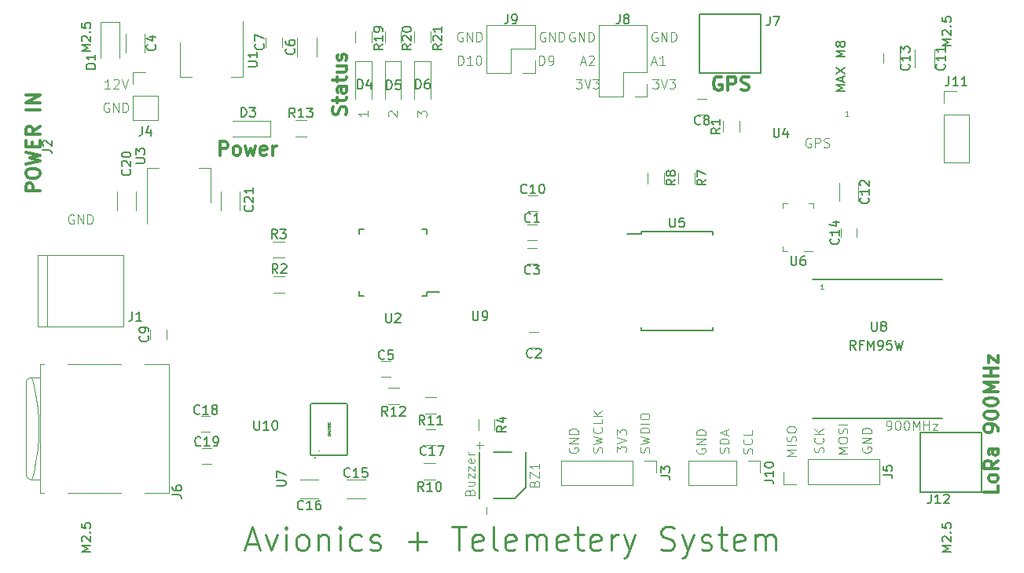
<source format=gto>
G04 #@! TF.FileFunction,Legend,Top*
%FSLAX46Y46*%
G04 Gerber Fmt 4.6, Leading zero omitted, Abs format (unit mm)*
G04 Created by KiCad (PCBNEW 4.0.7) date 01/06/19 01:03:10*
%MOMM*%
%LPD*%
G01*
G04 APERTURE LIST*
%ADD10C,0.100000*%
%ADD11C,0.300000*%
%ADD12C,0.254000*%
%ADD13C,0.120000*%
%ADD14C,0.150000*%
%ADD15C,0.127000*%
%ADD16C,0.125000*%
%ADD17C,0.031750*%
%ADD18C,0.050000*%
G04 APERTURE END LIST*
D10*
X127031905Y-57237381D02*
X127650953Y-57237381D01*
X127317619Y-57618333D01*
X127460477Y-57618333D01*
X127555715Y-57665952D01*
X127603334Y-57713571D01*
X127650953Y-57808810D01*
X127650953Y-58046905D01*
X127603334Y-58142143D01*
X127555715Y-58189762D01*
X127460477Y-58237381D01*
X127174762Y-58237381D01*
X127079524Y-58189762D01*
X127031905Y-58142143D01*
X127936667Y-57237381D02*
X128270000Y-58237381D01*
X128603334Y-57237381D01*
X128841429Y-57237381D02*
X129460477Y-57237381D01*
X129127143Y-57618333D01*
X129270001Y-57618333D01*
X129365239Y-57665952D01*
X129412858Y-57713571D01*
X129460477Y-57808810D01*
X129460477Y-58046905D01*
X129412858Y-58142143D01*
X129365239Y-58189762D01*
X129270001Y-58237381D01*
X128984286Y-58237381D01*
X128889048Y-58189762D01*
X128841429Y-58142143D01*
X127508096Y-52205000D02*
X127412858Y-52157381D01*
X127270001Y-52157381D01*
X127127143Y-52205000D01*
X127031905Y-52300238D01*
X126984286Y-52395476D01*
X126936667Y-52585952D01*
X126936667Y-52728810D01*
X126984286Y-52919286D01*
X127031905Y-53014524D01*
X127127143Y-53109762D01*
X127270001Y-53157381D01*
X127365239Y-53157381D01*
X127508096Y-53109762D01*
X127555715Y-53062143D01*
X127555715Y-52728810D01*
X127365239Y-52728810D01*
X127984286Y-53157381D02*
X127984286Y-52157381D01*
X128555715Y-53157381D01*
X128555715Y-52157381D01*
X129031905Y-53157381D02*
X129031905Y-52157381D01*
X129270000Y-52157381D01*
X129412858Y-52205000D01*
X129508096Y-52300238D01*
X129555715Y-52395476D01*
X129603334Y-52585952D01*
X129603334Y-52728810D01*
X129555715Y-52919286D01*
X129508096Y-53014524D01*
X129412858Y-53109762D01*
X129270000Y-53157381D01*
X129031905Y-53157381D01*
X115443096Y-52205000D02*
X115347858Y-52157381D01*
X115205001Y-52157381D01*
X115062143Y-52205000D01*
X114966905Y-52300238D01*
X114919286Y-52395476D01*
X114871667Y-52585952D01*
X114871667Y-52728810D01*
X114919286Y-52919286D01*
X114966905Y-53014524D01*
X115062143Y-53109762D01*
X115205001Y-53157381D01*
X115300239Y-53157381D01*
X115443096Y-53109762D01*
X115490715Y-53062143D01*
X115490715Y-52728810D01*
X115300239Y-52728810D01*
X115919286Y-53157381D02*
X115919286Y-52157381D01*
X116490715Y-53157381D01*
X116490715Y-52157381D01*
X116966905Y-53157381D02*
X116966905Y-52157381D01*
X117205000Y-52157381D01*
X117347858Y-52205000D01*
X117443096Y-52300238D01*
X117490715Y-52395476D01*
X117538334Y-52585952D01*
X117538334Y-52728810D01*
X117490715Y-52919286D01*
X117443096Y-53014524D01*
X117347858Y-53109762D01*
X117205000Y-53157381D01*
X116966905Y-53157381D01*
X126920714Y-55411667D02*
X127396905Y-55411667D01*
X126825476Y-55697381D02*
X127158809Y-54697381D01*
X127492143Y-55697381D01*
X128349286Y-55697381D02*
X127777857Y-55697381D01*
X128063571Y-55697381D02*
X128063571Y-54697381D01*
X127968333Y-54840238D01*
X127873095Y-54935476D01*
X127777857Y-54983095D01*
X106100714Y-55697381D02*
X106100714Y-54697381D01*
X106338809Y-54697381D01*
X106481667Y-54745000D01*
X106576905Y-54840238D01*
X106624524Y-54935476D01*
X106672143Y-55125952D01*
X106672143Y-55268810D01*
X106624524Y-55459286D01*
X106576905Y-55554524D01*
X106481667Y-55649762D01*
X106338809Y-55697381D01*
X106100714Y-55697381D01*
X107624524Y-55697381D02*
X107053095Y-55697381D01*
X107338809Y-55697381D02*
X107338809Y-54697381D01*
X107243571Y-54840238D01*
X107148333Y-54935476D01*
X107053095Y-54983095D01*
X108243571Y-54697381D02*
X108338810Y-54697381D01*
X108434048Y-54745000D01*
X108481667Y-54792619D01*
X108529286Y-54887857D01*
X108576905Y-55078333D01*
X108576905Y-55316429D01*
X108529286Y-55506905D01*
X108481667Y-55602143D01*
X108434048Y-55649762D01*
X108338810Y-55697381D01*
X108243571Y-55697381D01*
X108148333Y-55649762D01*
X108100714Y-55602143D01*
X108053095Y-55506905D01*
X108005476Y-55316429D01*
X108005476Y-55078333D01*
X108053095Y-54887857D01*
X108100714Y-54792619D01*
X108148333Y-54745000D01*
X108243571Y-54697381D01*
D11*
X93952143Y-61035000D02*
X94023571Y-60820714D01*
X94023571Y-60463571D01*
X93952143Y-60320714D01*
X93880714Y-60249285D01*
X93737857Y-60177857D01*
X93595000Y-60177857D01*
X93452143Y-60249285D01*
X93380714Y-60320714D01*
X93309286Y-60463571D01*
X93237857Y-60749285D01*
X93166429Y-60892143D01*
X93095000Y-60963571D01*
X92952143Y-61035000D01*
X92809286Y-61035000D01*
X92666429Y-60963571D01*
X92595000Y-60892143D01*
X92523571Y-60749285D01*
X92523571Y-60392143D01*
X92595000Y-60177857D01*
X93023571Y-59749286D02*
X93023571Y-59177857D01*
X92523571Y-59535000D02*
X93809286Y-59535000D01*
X93952143Y-59463572D01*
X94023571Y-59320714D01*
X94023571Y-59177857D01*
X94023571Y-58035000D02*
X93237857Y-58035000D01*
X93095000Y-58106429D01*
X93023571Y-58249286D01*
X93023571Y-58535000D01*
X93095000Y-58677857D01*
X93952143Y-58035000D02*
X94023571Y-58177857D01*
X94023571Y-58535000D01*
X93952143Y-58677857D01*
X93809286Y-58749286D01*
X93666429Y-58749286D01*
X93523571Y-58677857D01*
X93452143Y-58535000D01*
X93452143Y-58177857D01*
X93380714Y-58035000D01*
X93023571Y-57535000D02*
X93023571Y-56963571D01*
X92523571Y-57320714D02*
X93809286Y-57320714D01*
X93952143Y-57249286D01*
X94023571Y-57106428D01*
X94023571Y-56963571D01*
X93023571Y-55820714D02*
X94023571Y-55820714D01*
X93023571Y-56463571D02*
X93809286Y-56463571D01*
X93952143Y-56392143D01*
X94023571Y-56249285D01*
X94023571Y-56035000D01*
X93952143Y-55892143D01*
X93880714Y-55820714D01*
X93952143Y-55177857D02*
X94023571Y-55035000D01*
X94023571Y-54749285D01*
X93952143Y-54606428D01*
X93809286Y-54535000D01*
X93737857Y-54535000D01*
X93595000Y-54606428D01*
X93523571Y-54749285D01*
X93523571Y-54963571D01*
X93452143Y-55106428D01*
X93309286Y-55177857D01*
X93237857Y-55177857D01*
X93095000Y-55106428D01*
X93023571Y-54963571D01*
X93023571Y-54749285D01*
X93095000Y-54606428D01*
X80411215Y-65448571D02*
X80411215Y-63948571D01*
X80982643Y-63948571D01*
X81125501Y-64020000D01*
X81196929Y-64091429D01*
X81268358Y-64234286D01*
X81268358Y-64448571D01*
X81196929Y-64591429D01*
X81125501Y-64662857D01*
X80982643Y-64734286D01*
X80411215Y-64734286D01*
X82125501Y-65448571D02*
X81982643Y-65377143D01*
X81911215Y-65305714D01*
X81839786Y-65162857D01*
X81839786Y-64734286D01*
X81911215Y-64591429D01*
X81982643Y-64520000D01*
X82125501Y-64448571D01*
X82339786Y-64448571D01*
X82482643Y-64520000D01*
X82554072Y-64591429D01*
X82625501Y-64734286D01*
X82625501Y-65162857D01*
X82554072Y-65305714D01*
X82482643Y-65377143D01*
X82339786Y-65448571D01*
X82125501Y-65448571D01*
X83125501Y-64448571D02*
X83411215Y-65448571D01*
X83696929Y-64734286D01*
X83982644Y-65448571D01*
X84268358Y-64448571D01*
X85411215Y-65377143D02*
X85268358Y-65448571D01*
X84982644Y-65448571D01*
X84839787Y-65377143D01*
X84768358Y-65234286D01*
X84768358Y-64662857D01*
X84839787Y-64520000D01*
X84982644Y-64448571D01*
X85268358Y-64448571D01*
X85411215Y-64520000D01*
X85482644Y-64662857D01*
X85482644Y-64805714D01*
X84768358Y-64948571D01*
X86125501Y-65448571D02*
X86125501Y-64448571D01*
X86125501Y-64734286D02*
X86196929Y-64591429D01*
X86268358Y-64520000D01*
X86411215Y-64448571D01*
X86554072Y-64448571D01*
X61003571Y-69313572D02*
X59503571Y-69313572D01*
X59503571Y-68742144D01*
X59575000Y-68599286D01*
X59646429Y-68527858D01*
X59789286Y-68456429D01*
X60003571Y-68456429D01*
X60146429Y-68527858D01*
X60217857Y-68599286D01*
X60289286Y-68742144D01*
X60289286Y-69313572D01*
X59503571Y-67527858D02*
X59503571Y-67242144D01*
X59575000Y-67099286D01*
X59717857Y-66956429D01*
X60003571Y-66885001D01*
X60503571Y-66885001D01*
X60789286Y-66956429D01*
X60932143Y-67099286D01*
X61003571Y-67242144D01*
X61003571Y-67527858D01*
X60932143Y-67670715D01*
X60789286Y-67813572D01*
X60503571Y-67885001D01*
X60003571Y-67885001D01*
X59717857Y-67813572D01*
X59575000Y-67670715D01*
X59503571Y-67527858D01*
X59503571Y-66385000D02*
X61003571Y-66027857D01*
X59932143Y-65742143D01*
X61003571Y-65456429D01*
X59503571Y-65099286D01*
X60217857Y-64527857D02*
X60217857Y-64027857D01*
X61003571Y-63813571D02*
X61003571Y-64527857D01*
X59503571Y-64527857D01*
X59503571Y-63813571D01*
X61003571Y-62313571D02*
X60289286Y-62813571D01*
X61003571Y-63170714D02*
X59503571Y-63170714D01*
X59503571Y-62599286D01*
X59575000Y-62456428D01*
X59646429Y-62385000D01*
X59789286Y-62313571D01*
X60003571Y-62313571D01*
X60146429Y-62385000D01*
X60217857Y-62456428D01*
X60289286Y-62599286D01*
X60289286Y-63170714D01*
X61003571Y-60527857D02*
X59503571Y-60527857D01*
X61003571Y-59813571D02*
X59503571Y-59813571D01*
X61003571Y-58956428D01*
X59503571Y-58956428D01*
X134437572Y-57035000D02*
X134294715Y-56963571D01*
X134080429Y-56963571D01*
X133866144Y-57035000D01*
X133723286Y-57177857D01*
X133651858Y-57320714D01*
X133580429Y-57606429D01*
X133580429Y-57820714D01*
X133651858Y-58106429D01*
X133723286Y-58249286D01*
X133866144Y-58392143D01*
X134080429Y-58463571D01*
X134223286Y-58463571D01*
X134437572Y-58392143D01*
X134509001Y-58320714D01*
X134509001Y-57820714D01*
X134223286Y-57820714D01*
X135151858Y-58463571D02*
X135151858Y-56963571D01*
X135723286Y-56963571D01*
X135866144Y-57035000D01*
X135937572Y-57106429D01*
X136009001Y-57249286D01*
X136009001Y-57463571D01*
X135937572Y-57606429D01*
X135866144Y-57677857D01*
X135723286Y-57749286D01*
X135151858Y-57749286D01*
X136580429Y-58392143D02*
X136794715Y-58463571D01*
X137151858Y-58463571D01*
X137294715Y-58392143D01*
X137366144Y-58320714D01*
X137437572Y-58177857D01*
X137437572Y-58035000D01*
X137366144Y-57892143D01*
X137294715Y-57820714D01*
X137151858Y-57749286D01*
X136866144Y-57677857D01*
X136723286Y-57606429D01*
X136651858Y-57535000D01*
X136580429Y-57392143D01*
X136580429Y-57249286D01*
X136651858Y-57106429D01*
X136723286Y-57035000D01*
X136866144Y-56963571D01*
X137223286Y-56963571D01*
X137437572Y-57035000D01*
X164254571Y-101095142D02*
X164254571Y-101809428D01*
X162754571Y-101809428D01*
X164254571Y-100380856D02*
X164183143Y-100523714D01*
X164111714Y-100595142D01*
X163968857Y-100666571D01*
X163540286Y-100666571D01*
X163397429Y-100595142D01*
X163326000Y-100523714D01*
X163254571Y-100380856D01*
X163254571Y-100166571D01*
X163326000Y-100023714D01*
X163397429Y-99952285D01*
X163540286Y-99880856D01*
X163968857Y-99880856D01*
X164111714Y-99952285D01*
X164183143Y-100023714D01*
X164254571Y-100166571D01*
X164254571Y-100380856D01*
X164254571Y-98380856D02*
X163540286Y-98880856D01*
X164254571Y-99237999D02*
X162754571Y-99237999D01*
X162754571Y-98666571D01*
X162826000Y-98523713D01*
X162897429Y-98452285D01*
X163040286Y-98380856D01*
X163254571Y-98380856D01*
X163397429Y-98452285D01*
X163468857Y-98523713D01*
X163540286Y-98666571D01*
X163540286Y-99237999D01*
X164254571Y-97095142D02*
X163468857Y-97095142D01*
X163326000Y-97166571D01*
X163254571Y-97309428D01*
X163254571Y-97595142D01*
X163326000Y-97737999D01*
X164183143Y-97095142D02*
X164254571Y-97237999D01*
X164254571Y-97595142D01*
X164183143Y-97737999D01*
X164040286Y-97809428D01*
X163897429Y-97809428D01*
X163754571Y-97737999D01*
X163683143Y-97595142D01*
X163683143Y-97237999D01*
X163611714Y-97095142D01*
X164254571Y-95166571D02*
X164254571Y-94880856D01*
X164183143Y-94737999D01*
X164111714Y-94666571D01*
X163897429Y-94523713D01*
X163611714Y-94452285D01*
X163040286Y-94452285D01*
X162897429Y-94523713D01*
X162826000Y-94595142D01*
X162754571Y-94737999D01*
X162754571Y-95023713D01*
X162826000Y-95166571D01*
X162897429Y-95237999D01*
X163040286Y-95309428D01*
X163397429Y-95309428D01*
X163540286Y-95237999D01*
X163611714Y-95166571D01*
X163683143Y-95023713D01*
X163683143Y-94737999D01*
X163611714Y-94595142D01*
X163540286Y-94523713D01*
X163397429Y-94452285D01*
X162754571Y-93523714D02*
X162754571Y-93380857D01*
X162826000Y-93238000D01*
X162897429Y-93166571D01*
X163040286Y-93095142D01*
X163326000Y-93023714D01*
X163683143Y-93023714D01*
X163968857Y-93095142D01*
X164111714Y-93166571D01*
X164183143Y-93238000D01*
X164254571Y-93380857D01*
X164254571Y-93523714D01*
X164183143Y-93666571D01*
X164111714Y-93738000D01*
X163968857Y-93809428D01*
X163683143Y-93880857D01*
X163326000Y-93880857D01*
X163040286Y-93809428D01*
X162897429Y-93738000D01*
X162826000Y-93666571D01*
X162754571Y-93523714D01*
X162754571Y-92095143D02*
X162754571Y-91952286D01*
X162826000Y-91809429D01*
X162897429Y-91738000D01*
X163040286Y-91666571D01*
X163326000Y-91595143D01*
X163683143Y-91595143D01*
X163968857Y-91666571D01*
X164111714Y-91738000D01*
X164183143Y-91809429D01*
X164254571Y-91952286D01*
X164254571Y-92095143D01*
X164183143Y-92238000D01*
X164111714Y-92309429D01*
X163968857Y-92380857D01*
X163683143Y-92452286D01*
X163326000Y-92452286D01*
X163040286Y-92380857D01*
X162897429Y-92309429D01*
X162826000Y-92238000D01*
X162754571Y-92095143D01*
X164254571Y-90952286D02*
X162754571Y-90952286D01*
X163826000Y-90452286D01*
X162754571Y-89952286D01*
X164254571Y-89952286D01*
X164254571Y-89238000D02*
X162754571Y-89238000D01*
X163468857Y-89238000D02*
X163468857Y-88380857D01*
X164254571Y-88380857D02*
X162754571Y-88380857D01*
X163254571Y-87809428D02*
X163254571Y-87023714D01*
X164254571Y-87809428D01*
X164254571Y-87023714D01*
D10*
X101687381Y-61293333D02*
X101687381Y-60674285D01*
X102068333Y-61007619D01*
X102068333Y-60864761D01*
X102115952Y-60769523D01*
X102163571Y-60721904D01*
X102258810Y-60674285D01*
X102496905Y-60674285D01*
X102592143Y-60721904D01*
X102639762Y-60769523D01*
X102687381Y-60864761D01*
X102687381Y-61150476D01*
X102639762Y-61245714D01*
X102592143Y-61293333D01*
X98607619Y-61245714D02*
X98560000Y-61198095D01*
X98512381Y-61102857D01*
X98512381Y-60864761D01*
X98560000Y-60769523D01*
X98607619Y-60721904D01*
X98702857Y-60674285D01*
X98798095Y-60674285D01*
X98940952Y-60721904D01*
X99512381Y-61293333D01*
X99512381Y-60674285D01*
X96337381Y-60674285D02*
X96337381Y-61245714D01*
X96337381Y-60960000D02*
X95337381Y-60960000D01*
X95480238Y-61055238D01*
X95575476Y-61150476D01*
X95623095Y-61245714D01*
D12*
X83316838Y-107331933D02*
X84526361Y-107331933D01*
X83074933Y-108057648D02*
X83921599Y-105517648D01*
X84768266Y-108057648D01*
X85373028Y-106364314D02*
X85977790Y-108057648D01*
X86582552Y-106364314D01*
X87550171Y-108057648D02*
X87550171Y-106364314D01*
X87550171Y-105517648D02*
X87429219Y-105638600D01*
X87550171Y-105759552D01*
X87671123Y-105638600D01*
X87550171Y-105517648D01*
X87550171Y-105759552D01*
X89122552Y-108057648D02*
X88880647Y-107936695D01*
X88759695Y-107815743D01*
X88638743Y-107573838D01*
X88638743Y-106848124D01*
X88759695Y-106606219D01*
X88880647Y-106485267D01*
X89122552Y-106364314D01*
X89485409Y-106364314D01*
X89727314Y-106485267D01*
X89848266Y-106606219D01*
X89969219Y-106848124D01*
X89969219Y-107573838D01*
X89848266Y-107815743D01*
X89727314Y-107936695D01*
X89485409Y-108057648D01*
X89122552Y-108057648D01*
X91057790Y-106364314D02*
X91057790Y-108057648D01*
X91057790Y-106606219D02*
X91178742Y-106485267D01*
X91420647Y-106364314D01*
X91783504Y-106364314D01*
X92025409Y-106485267D01*
X92146361Y-106727171D01*
X92146361Y-108057648D01*
X93355885Y-108057648D02*
X93355885Y-106364314D01*
X93355885Y-105517648D02*
X93234933Y-105638600D01*
X93355885Y-105759552D01*
X93476837Y-105638600D01*
X93355885Y-105517648D01*
X93355885Y-105759552D01*
X95653980Y-107936695D02*
X95412076Y-108057648D01*
X94928266Y-108057648D01*
X94686361Y-107936695D01*
X94565409Y-107815743D01*
X94444457Y-107573838D01*
X94444457Y-106848124D01*
X94565409Y-106606219D01*
X94686361Y-106485267D01*
X94928266Y-106364314D01*
X95412076Y-106364314D01*
X95653980Y-106485267D01*
X96621600Y-107936695D02*
X96863504Y-108057648D01*
X97347314Y-108057648D01*
X97589219Y-107936695D01*
X97710171Y-107694790D01*
X97710171Y-107573838D01*
X97589219Y-107331933D01*
X97347314Y-107210981D01*
X96984457Y-107210981D01*
X96742552Y-107090029D01*
X96621600Y-106848124D01*
X96621600Y-106727171D01*
X96742552Y-106485267D01*
X96984457Y-106364314D01*
X97347314Y-106364314D01*
X97589219Y-106485267D01*
X100733980Y-107090029D02*
X102669218Y-107090029D01*
X101701599Y-108057648D02*
X101701599Y-106122410D01*
X105451123Y-105517648D02*
X106902551Y-105517648D01*
X106176837Y-108057648D02*
X106176837Y-105517648D01*
X108716837Y-107936695D02*
X108474932Y-108057648D01*
X107991123Y-108057648D01*
X107749218Y-107936695D01*
X107628266Y-107694790D01*
X107628266Y-106727171D01*
X107749218Y-106485267D01*
X107991123Y-106364314D01*
X108474932Y-106364314D01*
X108716837Y-106485267D01*
X108837789Y-106727171D01*
X108837789Y-106969076D01*
X107628266Y-107210981D01*
X110289218Y-108057648D02*
X110047313Y-107936695D01*
X109926361Y-107694790D01*
X109926361Y-105517648D01*
X112224456Y-107936695D02*
X111982551Y-108057648D01*
X111498742Y-108057648D01*
X111256837Y-107936695D01*
X111135885Y-107694790D01*
X111135885Y-106727171D01*
X111256837Y-106485267D01*
X111498742Y-106364314D01*
X111982551Y-106364314D01*
X112224456Y-106485267D01*
X112345408Y-106727171D01*
X112345408Y-106969076D01*
X111135885Y-107210981D01*
X113433980Y-108057648D02*
X113433980Y-106364314D01*
X113433980Y-106606219D02*
X113554932Y-106485267D01*
X113796837Y-106364314D01*
X114159694Y-106364314D01*
X114401599Y-106485267D01*
X114522551Y-106727171D01*
X114522551Y-108057648D01*
X114522551Y-106727171D02*
X114643504Y-106485267D01*
X114885408Y-106364314D01*
X115248266Y-106364314D01*
X115490170Y-106485267D01*
X115611123Y-106727171D01*
X115611123Y-108057648D01*
X117788266Y-107936695D02*
X117546361Y-108057648D01*
X117062552Y-108057648D01*
X116820647Y-107936695D01*
X116699695Y-107694790D01*
X116699695Y-106727171D01*
X116820647Y-106485267D01*
X117062552Y-106364314D01*
X117546361Y-106364314D01*
X117788266Y-106485267D01*
X117909218Y-106727171D01*
X117909218Y-106969076D01*
X116699695Y-107210981D01*
X118634933Y-106364314D02*
X119602552Y-106364314D01*
X118997790Y-105517648D02*
X118997790Y-107694790D01*
X119118742Y-107936695D01*
X119360647Y-108057648D01*
X119602552Y-108057648D01*
X121416838Y-107936695D02*
X121174933Y-108057648D01*
X120691124Y-108057648D01*
X120449219Y-107936695D01*
X120328267Y-107694790D01*
X120328267Y-106727171D01*
X120449219Y-106485267D01*
X120691124Y-106364314D01*
X121174933Y-106364314D01*
X121416838Y-106485267D01*
X121537790Y-106727171D01*
X121537790Y-106969076D01*
X120328267Y-107210981D01*
X122626362Y-108057648D02*
X122626362Y-106364314D01*
X122626362Y-106848124D02*
X122747314Y-106606219D01*
X122868267Y-106485267D01*
X123110171Y-106364314D01*
X123352076Y-106364314D01*
X123956838Y-106364314D02*
X124561600Y-108057648D01*
X125166362Y-106364314D02*
X124561600Y-108057648D01*
X124319695Y-108662410D01*
X124198743Y-108783362D01*
X123956838Y-108904314D01*
X127948267Y-107936695D02*
X128311124Y-108057648D01*
X128915886Y-108057648D01*
X129157790Y-107936695D01*
X129278743Y-107815743D01*
X129399695Y-107573838D01*
X129399695Y-107331933D01*
X129278743Y-107090029D01*
X129157790Y-106969076D01*
X128915886Y-106848124D01*
X128432076Y-106727171D01*
X128190171Y-106606219D01*
X128069219Y-106485267D01*
X127948267Y-106243362D01*
X127948267Y-106001457D01*
X128069219Y-105759552D01*
X128190171Y-105638600D01*
X128432076Y-105517648D01*
X129036838Y-105517648D01*
X129399695Y-105638600D01*
X130246362Y-106364314D02*
X130851124Y-108057648D01*
X131455886Y-106364314D02*
X130851124Y-108057648D01*
X130609219Y-108662410D01*
X130488267Y-108783362D01*
X130246362Y-108904314D01*
X132302553Y-107936695D02*
X132544457Y-108057648D01*
X133028267Y-108057648D01*
X133270172Y-107936695D01*
X133391124Y-107694790D01*
X133391124Y-107573838D01*
X133270172Y-107331933D01*
X133028267Y-107210981D01*
X132665410Y-107210981D01*
X132423505Y-107090029D01*
X132302553Y-106848124D01*
X132302553Y-106727171D01*
X132423505Y-106485267D01*
X132665410Y-106364314D01*
X133028267Y-106364314D01*
X133270172Y-106485267D01*
X134116838Y-106364314D02*
X135084457Y-106364314D01*
X134479695Y-105517648D02*
X134479695Y-107694790D01*
X134600647Y-107936695D01*
X134842552Y-108057648D01*
X135084457Y-108057648D01*
X136898743Y-107936695D02*
X136656838Y-108057648D01*
X136173029Y-108057648D01*
X135931124Y-107936695D01*
X135810172Y-107694790D01*
X135810172Y-106727171D01*
X135931124Y-106485267D01*
X136173029Y-106364314D01*
X136656838Y-106364314D01*
X136898743Y-106485267D01*
X137019695Y-106727171D01*
X137019695Y-106969076D01*
X135810172Y-107210981D01*
X138108267Y-108057648D02*
X138108267Y-106364314D01*
X138108267Y-106606219D02*
X138229219Y-106485267D01*
X138471124Y-106364314D01*
X138833981Y-106364314D01*
X139075886Y-106485267D01*
X139196838Y-106727171D01*
X139196838Y-108057648D01*
X139196838Y-106727171D02*
X139317791Y-106485267D01*
X139559695Y-106364314D01*
X139922553Y-106364314D01*
X140164457Y-106485267D01*
X140285410Y-106727171D01*
X140285410Y-108057648D01*
D10*
X68595953Y-58237381D02*
X68024524Y-58237381D01*
X68310238Y-58237381D02*
X68310238Y-57237381D01*
X68215000Y-57380238D01*
X68119762Y-57475476D01*
X68024524Y-57523095D01*
X68976905Y-57332619D02*
X69024524Y-57285000D01*
X69119762Y-57237381D01*
X69357858Y-57237381D01*
X69453096Y-57285000D01*
X69500715Y-57332619D01*
X69548334Y-57427857D01*
X69548334Y-57523095D01*
X69500715Y-57665952D01*
X68929286Y-58237381D01*
X69548334Y-58237381D01*
X69834048Y-57237381D02*
X70167381Y-58237381D01*
X70500715Y-57237381D01*
X144065715Y-63635000D02*
X143970477Y-63587381D01*
X143827620Y-63587381D01*
X143684762Y-63635000D01*
X143589524Y-63730238D01*
X143541905Y-63825476D01*
X143494286Y-64015952D01*
X143494286Y-64158810D01*
X143541905Y-64349286D01*
X143589524Y-64444524D01*
X143684762Y-64539762D01*
X143827620Y-64587381D01*
X143922858Y-64587381D01*
X144065715Y-64539762D01*
X144113334Y-64492143D01*
X144113334Y-64158810D01*
X143922858Y-64158810D01*
X144541905Y-64587381D02*
X144541905Y-63587381D01*
X144922858Y-63587381D01*
X145018096Y-63635000D01*
X145065715Y-63682619D01*
X145113334Y-63777857D01*
X145113334Y-63920714D01*
X145065715Y-64015952D01*
X145018096Y-64063571D01*
X144922858Y-64111190D01*
X144541905Y-64111190D01*
X145494286Y-64539762D02*
X145637143Y-64587381D01*
X145875239Y-64587381D01*
X145970477Y-64539762D01*
X146018096Y-64492143D01*
X146065715Y-64396905D01*
X146065715Y-64301667D01*
X146018096Y-64206429D01*
X145970477Y-64158810D01*
X145875239Y-64111190D01*
X145684762Y-64063571D01*
X145589524Y-64015952D01*
X145541905Y-63968333D01*
X145494286Y-63873095D01*
X145494286Y-63777857D01*
X145541905Y-63682619D01*
X145589524Y-63635000D01*
X145684762Y-63587381D01*
X145922858Y-63587381D01*
X146065715Y-63635000D01*
X152297143Y-95067381D02*
X152487619Y-95067381D01*
X152582858Y-95019762D01*
X152630477Y-94972143D01*
X152725715Y-94829286D01*
X152773334Y-94638810D01*
X152773334Y-94257857D01*
X152725715Y-94162619D01*
X152678096Y-94115000D01*
X152582858Y-94067381D01*
X152392381Y-94067381D01*
X152297143Y-94115000D01*
X152249524Y-94162619D01*
X152201905Y-94257857D01*
X152201905Y-94495952D01*
X152249524Y-94591190D01*
X152297143Y-94638810D01*
X152392381Y-94686429D01*
X152582858Y-94686429D01*
X152678096Y-94638810D01*
X152725715Y-94591190D01*
X152773334Y-94495952D01*
X153392381Y-94067381D02*
X153487620Y-94067381D01*
X153582858Y-94115000D01*
X153630477Y-94162619D01*
X153678096Y-94257857D01*
X153725715Y-94448333D01*
X153725715Y-94686429D01*
X153678096Y-94876905D01*
X153630477Y-94972143D01*
X153582858Y-95019762D01*
X153487620Y-95067381D01*
X153392381Y-95067381D01*
X153297143Y-95019762D01*
X153249524Y-94972143D01*
X153201905Y-94876905D01*
X153154286Y-94686429D01*
X153154286Y-94448333D01*
X153201905Y-94257857D01*
X153249524Y-94162619D01*
X153297143Y-94115000D01*
X153392381Y-94067381D01*
X154344762Y-94067381D02*
X154440001Y-94067381D01*
X154535239Y-94115000D01*
X154582858Y-94162619D01*
X154630477Y-94257857D01*
X154678096Y-94448333D01*
X154678096Y-94686429D01*
X154630477Y-94876905D01*
X154582858Y-94972143D01*
X154535239Y-95019762D01*
X154440001Y-95067381D01*
X154344762Y-95067381D01*
X154249524Y-95019762D01*
X154201905Y-94972143D01*
X154154286Y-94876905D01*
X154106667Y-94686429D01*
X154106667Y-94448333D01*
X154154286Y-94257857D01*
X154201905Y-94162619D01*
X154249524Y-94115000D01*
X154344762Y-94067381D01*
X155106667Y-95067381D02*
X155106667Y-94067381D01*
X155440001Y-94781667D01*
X155773334Y-94067381D01*
X155773334Y-95067381D01*
X156249524Y-95067381D02*
X156249524Y-94067381D01*
X156249524Y-94543571D02*
X156820953Y-94543571D01*
X156820953Y-95067381D02*
X156820953Y-94067381D01*
X157201905Y-94400714D02*
X157725715Y-94400714D01*
X157201905Y-95067381D01*
X157725715Y-95067381D01*
X64643096Y-71890000D02*
X64547858Y-71842381D01*
X64405001Y-71842381D01*
X64262143Y-71890000D01*
X64166905Y-71985238D01*
X64119286Y-72080476D01*
X64071667Y-72270952D01*
X64071667Y-72413810D01*
X64119286Y-72604286D01*
X64166905Y-72699524D01*
X64262143Y-72794762D01*
X64405001Y-72842381D01*
X64500239Y-72842381D01*
X64643096Y-72794762D01*
X64690715Y-72747143D01*
X64690715Y-72413810D01*
X64500239Y-72413810D01*
X65119286Y-72842381D02*
X65119286Y-71842381D01*
X65690715Y-72842381D01*
X65690715Y-71842381D01*
X66166905Y-72842381D02*
X66166905Y-71842381D01*
X66405000Y-71842381D01*
X66547858Y-71890000D01*
X66643096Y-71985238D01*
X66690715Y-72080476D01*
X66738334Y-72270952D01*
X66738334Y-72413810D01*
X66690715Y-72604286D01*
X66643096Y-72699524D01*
X66547858Y-72794762D01*
X66405000Y-72842381D01*
X66166905Y-72842381D01*
X68453096Y-59825000D02*
X68357858Y-59777381D01*
X68215001Y-59777381D01*
X68072143Y-59825000D01*
X67976905Y-59920238D01*
X67929286Y-60015476D01*
X67881667Y-60205952D01*
X67881667Y-60348810D01*
X67929286Y-60539286D01*
X67976905Y-60634524D01*
X68072143Y-60729762D01*
X68215001Y-60777381D01*
X68310239Y-60777381D01*
X68453096Y-60729762D01*
X68500715Y-60682143D01*
X68500715Y-60348810D01*
X68310239Y-60348810D01*
X68929286Y-60777381D02*
X68929286Y-59777381D01*
X69500715Y-60777381D01*
X69500715Y-59777381D01*
X69976905Y-60777381D02*
X69976905Y-59777381D01*
X70215000Y-59777381D01*
X70357858Y-59825000D01*
X70453096Y-59920238D01*
X70500715Y-60015476D01*
X70548334Y-60205952D01*
X70548334Y-60348810D01*
X70500715Y-60539286D01*
X70453096Y-60634524D01*
X70357858Y-60729762D01*
X70215000Y-60777381D01*
X69976905Y-60777381D01*
X114831905Y-55697381D02*
X114831905Y-54697381D01*
X115070000Y-54697381D01*
X115212858Y-54745000D01*
X115308096Y-54840238D01*
X115355715Y-54935476D01*
X115403334Y-55125952D01*
X115403334Y-55268810D01*
X115355715Y-55459286D01*
X115308096Y-55554524D01*
X115212858Y-55649762D01*
X115070000Y-55697381D01*
X114831905Y-55697381D01*
X115879524Y-55697381D02*
X116070000Y-55697381D01*
X116165239Y-55649762D01*
X116212858Y-55602143D01*
X116308096Y-55459286D01*
X116355715Y-55268810D01*
X116355715Y-54887857D01*
X116308096Y-54792619D01*
X116260477Y-54745000D01*
X116165239Y-54697381D01*
X115974762Y-54697381D01*
X115879524Y-54745000D01*
X115831905Y-54792619D01*
X115784286Y-54887857D01*
X115784286Y-55125952D01*
X115831905Y-55221190D01*
X115879524Y-55268810D01*
X115974762Y-55316429D01*
X116165239Y-55316429D01*
X116260477Y-55268810D01*
X116308096Y-55221190D01*
X116355715Y-55125952D01*
X106553096Y-52205000D02*
X106457858Y-52157381D01*
X106315001Y-52157381D01*
X106172143Y-52205000D01*
X106076905Y-52300238D01*
X106029286Y-52395476D01*
X105981667Y-52585952D01*
X105981667Y-52728810D01*
X106029286Y-52919286D01*
X106076905Y-53014524D01*
X106172143Y-53109762D01*
X106315001Y-53157381D01*
X106410239Y-53157381D01*
X106553096Y-53109762D01*
X106600715Y-53062143D01*
X106600715Y-52728810D01*
X106410239Y-52728810D01*
X107029286Y-53157381D02*
X107029286Y-52157381D01*
X107600715Y-53157381D01*
X107600715Y-52157381D01*
X108076905Y-53157381D02*
X108076905Y-52157381D01*
X108315000Y-52157381D01*
X108457858Y-52205000D01*
X108553096Y-52300238D01*
X108600715Y-52395476D01*
X108648334Y-52585952D01*
X108648334Y-52728810D01*
X108600715Y-52919286D01*
X108553096Y-53014524D01*
X108457858Y-53109762D01*
X108315000Y-53157381D01*
X108076905Y-53157381D01*
X118776905Y-57237381D02*
X119395953Y-57237381D01*
X119062619Y-57618333D01*
X119205477Y-57618333D01*
X119300715Y-57665952D01*
X119348334Y-57713571D01*
X119395953Y-57808810D01*
X119395953Y-58046905D01*
X119348334Y-58142143D01*
X119300715Y-58189762D01*
X119205477Y-58237381D01*
X118919762Y-58237381D01*
X118824524Y-58189762D01*
X118776905Y-58142143D01*
X119681667Y-57237381D02*
X120015000Y-58237381D01*
X120348334Y-57237381D01*
X120586429Y-57237381D02*
X121205477Y-57237381D01*
X120872143Y-57618333D01*
X121015001Y-57618333D01*
X121110239Y-57665952D01*
X121157858Y-57713571D01*
X121205477Y-57808810D01*
X121205477Y-58046905D01*
X121157858Y-58142143D01*
X121110239Y-58189762D01*
X121015001Y-58237381D01*
X120729286Y-58237381D01*
X120634048Y-58189762D01*
X120586429Y-58142143D01*
X119300714Y-55411667D02*
X119776905Y-55411667D01*
X119205476Y-55697381D02*
X119538809Y-54697381D01*
X119872143Y-55697381D01*
X120157857Y-54792619D02*
X120205476Y-54745000D01*
X120300714Y-54697381D01*
X120538810Y-54697381D01*
X120634048Y-54745000D01*
X120681667Y-54792619D01*
X120729286Y-54887857D01*
X120729286Y-54983095D01*
X120681667Y-55125952D01*
X120110238Y-55697381D01*
X120729286Y-55697381D01*
X118618096Y-52205000D02*
X118522858Y-52157381D01*
X118380001Y-52157381D01*
X118237143Y-52205000D01*
X118141905Y-52300238D01*
X118094286Y-52395476D01*
X118046667Y-52585952D01*
X118046667Y-52728810D01*
X118094286Y-52919286D01*
X118141905Y-53014524D01*
X118237143Y-53109762D01*
X118380001Y-53157381D01*
X118475239Y-53157381D01*
X118618096Y-53109762D01*
X118665715Y-53062143D01*
X118665715Y-52728810D01*
X118475239Y-52728810D01*
X119094286Y-53157381D02*
X119094286Y-52157381D01*
X119665715Y-53157381D01*
X119665715Y-52157381D01*
X120141905Y-53157381D02*
X120141905Y-52157381D01*
X120380000Y-52157381D01*
X120522858Y-52205000D01*
X120618096Y-52300238D01*
X120665715Y-52395476D01*
X120713334Y-52585952D01*
X120713334Y-52728810D01*
X120665715Y-52919286D01*
X120618096Y-53014524D01*
X120522858Y-53109762D01*
X120380000Y-53157381D01*
X120141905Y-53157381D01*
X149639400Y-96951704D02*
X149591781Y-97046942D01*
X149591781Y-97189799D01*
X149639400Y-97332657D01*
X149734638Y-97427895D01*
X149829876Y-97475514D01*
X150020352Y-97523133D01*
X150163210Y-97523133D01*
X150353686Y-97475514D01*
X150448924Y-97427895D01*
X150544162Y-97332657D01*
X150591781Y-97189799D01*
X150591781Y-97094561D01*
X150544162Y-96951704D01*
X150496543Y-96904085D01*
X150163210Y-96904085D01*
X150163210Y-97094561D01*
X150591781Y-96475514D02*
X149591781Y-96475514D01*
X150591781Y-95904085D01*
X149591781Y-95904085D01*
X150591781Y-95427895D02*
X149591781Y-95427895D01*
X149591781Y-95189800D01*
X149639400Y-95046942D01*
X149734638Y-94951704D01*
X149829876Y-94904085D01*
X150020352Y-94856466D01*
X150163210Y-94856466D01*
X150353686Y-94904085D01*
X150448924Y-94951704D01*
X150544162Y-95046942D01*
X150591781Y-95189800D01*
X150591781Y-95427895D01*
X148026381Y-97608828D02*
X147026381Y-97608828D01*
X147740667Y-97275494D01*
X147026381Y-96942161D01*
X148026381Y-96942161D01*
X147026381Y-96275495D02*
X147026381Y-96085018D01*
X147074000Y-95989780D01*
X147169238Y-95894542D01*
X147359714Y-95846923D01*
X147693048Y-95846923D01*
X147883524Y-95894542D01*
X147978762Y-95989780D01*
X148026381Y-96085018D01*
X148026381Y-96275495D01*
X147978762Y-96370733D01*
X147883524Y-96465971D01*
X147693048Y-96513590D01*
X147359714Y-96513590D01*
X147169238Y-96465971D01*
X147074000Y-96370733D01*
X147026381Y-96275495D01*
X147978762Y-95465971D02*
X148026381Y-95323114D01*
X148026381Y-95085018D01*
X147978762Y-94989780D01*
X147931143Y-94942161D01*
X147835905Y-94894542D01*
X147740667Y-94894542D01*
X147645429Y-94942161D01*
X147597810Y-94989780D01*
X147550190Y-95085018D01*
X147502571Y-95275495D01*
X147454952Y-95370733D01*
X147407333Y-95418352D01*
X147312095Y-95465971D01*
X147216857Y-95465971D01*
X147121619Y-95418352D01*
X147074000Y-95370733D01*
X147026381Y-95275495D01*
X147026381Y-95037399D01*
X147074000Y-94894542D01*
X148026381Y-94465971D02*
X147026381Y-94465971D01*
X145413362Y-97500914D02*
X145460981Y-97358057D01*
X145460981Y-97119961D01*
X145413362Y-97024723D01*
X145365743Y-96977104D01*
X145270505Y-96929485D01*
X145175267Y-96929485D01*
X145080029Y-96977104D01*
X145032410Y-97024723D01*
X144984790Y-97119961D01*
X144937171Y-97310438D01*
X144889552Y-97405676D01*
X144841933Y-97453295D01*
X144746695Y-97500914D01*
X144651457Y-97500914D01*
X144556219Y-97453295D01*
X144508600Y-97405676D01*
X144460981Y-97310438D01*
X144460981Y-97072342D01*
X144508600Y-96929485D01*
X145365743Y-95929485D02*
X145413362Y-95977104D01*
X145460981Y-96119961D01*
X145460981Y-96215199D01*
X145413362Y-96358057D01*
X145318124Y-96453295D01*
X145222886Y-96500914D01*
X145032410Y-96548533D01*
X144889552Y-96548533D01*
X144699076Y-96500914D01*
X144603838Y-96453295D01*
X144508600Y-96358057D01*
X144460981Y-96215199D01*
X144460981Y-96119961D01*
X144508600Y-95977104D01*
X144556219Y-95929485D01*
X145460981Y-95500914D02*
X144460981Y-95500914D01*
X145460981Y-94929485D02*
X144889552Y-95358057D01*
X144460981Y-94929485D02*
X145032410Y-95500914D01*
X142489181Y-97888228D02*
X141489181Y-97888228D01*
X142203467Y-97554894D01*
X141489181Y-97221561D01*
X142489181Y-97221561D01*
X142489181Y-96745371D02*
X141489181Y-96745371D01*
X142441562Y-96316800D02*
X142489181Y-96173943D01*
X142489181Y-95935847D01*
X142441562Y-95840609D01*
X142393943Y-95792990D01*
X142298705Y-95745371D01*
X142203467Y-95745371D01*
X142108229Y-95792990D01*
X142060610Y-95840609D01*
X142012990Y-95935847D01*
X141965371Y-96126324D01*
X141917752Y-96221562D01*
X141870133Y-96269181D01*
X141774895Y-96316800D01*
X141679657Y-96316800D01*
X141584419Y-96269181D01*
X141536800Y-96221562D01*
X141489181Y-96126324D01*
X141489181Y-95888228D01*
X141536800Y-95745371D01*
X141489181Y-95126324D02*
X141489181Y-94935847D01*
X141536800Y-94840609D01*
X141632038Y-94745371D01*
X141822514Y-94697752D01*
X142155848Y-94697752D01*
X142346324Y-94745371D01*
X142441562Y-94840609D01*
X142489181Y-94935847D01*
X142489181Y-95126324D01*
X142441562Y-95221562D01*
X142346324Y-95316800D01*
X142155848Y-95364419D01*
X141822514Y-95364419D01*
X141632038Y-95316800D01*
X141536800Y-95221562D01*
X141489181Y-95126324D01*
X131808600Y-97104104D02*
X131760981Y-97199342D01*
X131760981Y-97342199D01*
X131808600Y-97485057D01*
X131903838Y-97580295D01*
X131999076Y-97627914D01*
X132189552Y-97675533D01*
X132332410Y-97675533D01*
X132522886Y-97627914D01*
X132618124Y-97580295D01*
X132713362Y-97485057D01*
X132760981Y-97342199D01*
X132760981Y-97246961D01*
X132713362Y-97104104D01*
X132665743Y-97056485D01*
X132332410Y-97056485D01*
X132332410Y-97246961D01*
X132760981Y-96627914D02*
X131760981Y-96627914D01*
X132760981Y-96056485D01*
X131760981Y-96056485D01*
X132760981Y-95580295D02*
X131760981Y-95580295D01*
X131760981Y-95342200D01*
X131808600Y-95199342D01*
X131903838Y-95104104D01*
X131999076Y-95056485D01*
X132189552Y-95008866D01*
X132332410Y-95008866D01*
X132522886Y-95056485D01*
X132618124Y-95104104D01*
X132713362Y-95199342D01*
X132760981Y-95342200D01*
X132760981Y-95580295D01*
X135202562Y-97556486D02*
X135250181Y-97413629D01*
X135250181Y-97175533D01*
X135202562Y-97080295D01*
X135154943Y-97032676D01*
X135059705Y-96985057D01*
X134964467Y-96985057D01*
X134869229Y-97032676D01*
X134821610Y-97080295D01*
X134773990Y-97175533D01*
X134726371Y-97366010D01*
X134678752Y-97461248D01*
X134631133Y-97508867D01*
X134535895Y-97556486D01*
X134440657Y-97556486D01*
X134345419Y-97508867D01*
X134297800Y-97461248D01*
X134250181Y-97366010D01*
X134250181Y-97127914D01*
X134297800Y-96985057D01*
X135250181Y-96556486D02*
X134250181Y-96556486D01*
X134250181Y-96318391D01*
X134297800Y-96175533D01*
X134393038Y-96080295D01*
X134488276Y-96032676D01*
X134678752Y-95985057D01*
X134821610Y-95985057D01*
X135012086Y-96032676D01*
X135107324Y-96080295D01*
X135202562Y-96175533D01*
X135250181Y-96318391D01*
X135250181Y-96556486D01*
X134964467Y-95604105D02*
X134964467Y-95127914D01*
X135250181Y-95699343D02*
X134250181Y-95366010D01*
X135250181Y-95032676D01*
X137742562Y-97608876D02*
X137790181Y-97466019D01*
X137790181Y-97227923D01*
X137742562Y-97132685D01*
X137694943Y-97085066D01*
X137599705Y-97037447D01*
X137504467Y-97037447D01*
X137409229Y-97085066D01*
X137361610Y-97132685D01*
X137313990Y-97227923D01*
X137266371Y-97418400D01*
X137218752Y-97513638D01*
X137171133Y-97561257D01*
X137075895Y-97608876D01*
X136980657Y-97608876D01*
X136885419Y-97561257D01*
X136837800Y-97513638D01*
X136790181Y-97418400D01*
X136790181Y-97180304D01*
X136837800Y-97037447D01*
X137694943Y-96037447D02*
X137742562Y-96085066D01*
X137790181Y-96227923D01*
X137790181Y-96323161D01*
X137742562Y-96466019D01*
X137647324Y-96561257D01*
X137552086Y-96608876D01*
X137361610Y-96656495D01*
X137218752Y-96656495D01*
X137028276Y-96608876D01*
X136933038Y-96561257D01*
X136837800Y-96466019D01*
X136790181Y-96323161D01*
X136790181Y-96227923D01*
X136837800Y-96085066D01*
X136885419Y-96037447D01*
X137790181Y-95132685D02*
X137790181Y-95608876D01*
X136790181Y-95608876D01*
X118067200Y-97002504D02*
X118019581Y-97097742D01*
X118019581Y-97240599D01*
X118067200Y-97383457D01*
X118162438Y-97478695D01*
X118257676Y-97526314D01*
X118448152Y-97573933D01*
X118591010Y-97573933D01*
X118781486Y-97526314D01*
X118876724Y-97478695D01*
X118971962Y-97383457D01*
X119019581Y-97240599D01*
X119019581Y-97145361D01*
X118971962Y-97002504D01*
X118924343Y-96954885D01*
X118591010Y-96954885D01*
X118591010Y-97145361D01*
X119019581Y-96526314D02*
X118019581Y-96526314D01*
X119019581Y-95954885D01*
X118019581Y-95954885D01*
X119019581Y-95478695D02*
X118019581Y-95478695D01*
X118019581Y-95240600D01*
X118067200Y-95097742D01*
X118162438Y-95002504D01*
X118257676Y-94954885D01*
X118448152Y-94907266D01*
X118591010Y-94907266D01*
X118781486Y-94954885D01*
X118876724Y-95002504D01*
X118971962Y-95097742D01*
X119019581Y-95240600D01*
X119019581Y-95478695D01*
X123175781Y-97453295D02*
X123175781Y-96834247D01*
X123556733Y-97167581D01*
X123556733Y-97024723D01*
X123604352Y-96929485D01*
X123651971Y-96881866D01*
X123747210Y-96834247D01*
X123985305Y-96834247D01*
X124080543Y-96881866D01*
X124128162Y-96929485D01*
X124175781Y-97024723D01*
X124175781Y-97310438D01*
X124128162Y-97405676D01*
X124080543Y-97453295D01*
X123175781Y-96548533D02*
X124175781Y-96215200D01*
X123175781Y-95881866D01*
X123175781Y-95643771D02*
X123175781Y-95024723D01*
X123556733Y-95358057D01*
X123556733Y-95215199D01*
X123604352Y-95119961D01*
X123651971Y-95072342D01*
X123747210Y-95024723D01*
X123985305Y-95024723D01*
X124080543Y-95072342D01*
X124128162Y-95119961D01*
X124175781Y-95215199D01*
X124175781Y-95500914D01*
X124128162Y-95596152D01*
X124080543Y-95643771D01*
X126642762Y-97521447D02*
X126690381Y-97378590D01*
X126690381Y-97140494D01*
X126642762Y-97045256D01*
X126595143Y-96997637D01*
X126499905Y-96950018D01*
X126404667Y-96950018D01*
X126309429Y-96997637D01*
X126261810Y-97045256D01*
X126214190Y-97140494D01*
X126166571Y-97330971D01*
X126118952Y-97426209D01*
X126071333Y-97473828D01*
X125976095Y-97521447D01*
X125880857Y-97521447D01*
X125785619Y-97473828D01*
X125738000Y-97426209D01*
X125690381Y-97330971D01*
X125690381Y-97092875D01*
X125738000Y-96950018D01*
X125690381Y-96616685D02*
X126690381Y-96378590D01*
X125976095Y-96188113D01*
X126690381Y-95997637D01*
X125690381Y-95759542D01*
X126690381Y-95378590D02*
X125690381Y-95378590D01*
X125690381Y-95140495D01*
X125738000Y-94997637D01*
X125833238Y-94902399D01*
X125928476Y-94854780D01*
X126118952Y-94807161D01*
X126261810Y-94807161D01*
X126452286Y-94854780D01*
X126547524Y-94902399D01*
X126642762Y-94997637D01*
X126690381Y-95140495D01*
X126690381Y-95378590D01*
X126690381Y-94378590D02*
X125690381Y-94378590D01*
X125690381Y-93711924D02*
X125690381Y-93521447D01*
X125738000Y-93426209D01*
X125833238Y-93330971D01*
X126023714Y-93283352D01*
X126357048Y-93283352D01*
X126547524Y-93330971D01*
X126642762Y-93426209D01*
X126690381Y-93521447D01*
X126690381Y-93711924D01*
X126642762Y-93807162D01*
X126547524Y-93902400D01*
X126357048Y-93950019D01*
X126023714Y-93950019D01*
X125833238Y-93902400D01*
X125738000Y-93807162D01*
X125690381Y-93711924D01*
X121562762Y-97511905D02*
X121610381Y-97369048D01*
X121610381Y-97130952D01*
X121562762Y-97035714D01*
X121515143Y-96988095D01*
X121419905Y-96940476D01*
X121324667Y-96940476D01*
X121229429Y-96988095D01*
X121181810Y-97035714D01*
X121134190Y-97130952D01*
X121086571Y-97321429D01*
X121038952Y-97416667D01*
X120991333Y-97464286D01*
X120896095Y-97511905D01*
X120800857Y-97511905D01*
X120705619Y-97464286D01*
X120658000Y-97416667D01*
X120610381Y-97321429D01*
X120610381Y-97083333D01*
X120658000Y-96940476D01*
X120610381Y-96607143D02*
X121610381Y-96369048D01*
X120896095Y-96178571D01*
X121610381Y-95988095D01*
X120610381Y-95750000D01*
X121515143Y-94797619D02*
X121562762Y-94845238D01*
X121610381Y-94988095D01*
X121610381Y-95083333D01*
X121562762Y-95226191D01*
X121467524Y-95321429D01*
X121372286Y-95369048D01*
X121181810Y-95416667D01*
X121038952Y-95416667D01*
X120848476Y-95369048D01*
X120753238Y-95321429D01*
X120658000Y-95226191D01*
X120610381Y-95083333D01*
X120610381Y-94988095D01*
X120658000Y-94845238D01*
X120705619Y-94797619D01*
X121610381Y-93892857D02*
X121610381Y-94369048D01*
X120610381Y-94369048D01*
X121610381Y-93559524D02*
X120610381Y-93559524D01*
X121610381Y-92988095D02*
X121038952Y-93416667D01*
X120610381Y-92988095D02*
X121181810Y-93559524D01*
D13*
X61790000Y-76223500D02*
X61790000Y-83923500D01*
X60790000Y-76223500D02*
X60790000Y-83923500D01*
X60790000Y-83923500D02*
X69990000Y-83923500D01*
X69990000Y-83923500D02*
X69990000Y-76223500D01*
X69990000Y-76223500D02*
X60790000Y-76223500D01*
D14*
X144274000Y-78868000D02*
X158244000Y-78868000D01*
X144274000Y-93854000D02*
X158244000Y-93854000D01*
D13*
X114546000Y-72873500D02*
X113546000Y-72873500D01*
X113546000Y-74573500D02*
X114546000Y-74573500D01*
X113736500Y-86194000D02*
X114736500Y-86194000D01*
X114736500Y-84494000D02*
X113736500Y-84494000D01*
X113546000Y-77177000D02*
X114546000Y-77177000D01*
X114546000Y-75477000D02*
X113546000Y-75477000D01*
X72330500Y-54340000D02*
X72330500Y-52340000D01*
X70290500Y-52340000D02*
X70290500Y-54340000D01*
X98798000Y-87669000D02*
X97798000Y-87669000D01*
X97798000Y-89369000D02*
X98798000Y-89369000D01*
X88769000Y-52784500D02*
X88769000Y-54784500D01*
X90809000Y-54784500D02*
X90809000Y-52784500D01*
X85383000Y-52776500D02*
X85383000Y-53776500D01*
X87083000Y-53776500D02*
X87083000Y-52776500D01*
X72937000Y-84272500D02*
X72937000Y-85272500D01*
X74637000Y-85272500D02*
X74637000Y-84272500D01*
X114609500Y-69762000D02*
X113609500Y-69762000D01*
X113609500Y-71462000D02*
X114609500Y-71462000D01*
X157357000Y-55991000D02*
X157357000Y-53991000D01*
X155317000Y-53991000D02*
X155317000Y-55991000D01*
X149165500Y-70405500D02*
X149165500Y-68405500D01*
X147125500Y-68405500D02*
X147125500Y-70405500D01*
X153631000Y-55491000D02*
X153631000Y-54491000D01*
X151931000Y-54491000D02*
X151931000Y-55491000D01*
X147327250Y-73302750D02*
X147327250Y-74302750D01*
X149027250Y-74302750D02*
X149027250Y-73302750D01*
X96059500Y-100453000D02*
X94059500Y-100453000D01*
X94059500Y-102493000D02*
X96059500Y-102493000D01*
X89043000Y-102493000D02*
X91043000Y-102493000D01*
X91043000Y-100453000D02*
X89043000Y-100453000D01*
X103624000Y-94971500D02*
X102624000Y-94971500D01*
X102624000Y-96671500D02*
X103624000Y-96671500D01*
X79367000Y-93574500D02*
X78367000Y-93574500D01*
X78367000Y-95274500D02*
X79367000Y-95274500D01*
X79494000Y-97003500D02*
X78494000Y-97003500D01*
X78494000Y-98703500D02*
X79494000Y-98703500D01*
X69580000Y-51090000D02*
X67580000Y-51090000D01*
X67580000Y-51090000D02*
X67580000Y-54990000D01*
X69580000Y-51090000D02*
X69580000Y-54990000D01*
X85875500Y-63397500D02*
X85875500Y-61697500D01*
X85825500Y-61697500D02*
X81775500Y-61697500D01*
X85825500Y-63397500D02*
X81775500Y-63397500D01*
X60248500Y-89932500D02*
X60148500Y-89432500D01*
X60548500Y-91232500D02*
X60248500Y-89932500D01*
X60748500Y-92732500D02*
X60548500Y-91232500D01*
X60848500Y-94032500D02*
X60748500Y-92732500D01*
X60848500Y-95832500D02*
X60848500Y-94032500D01*
X60748500Y-97132500D02*
X60848500Y-95832500D01*
X60648500Y-97932500D02*
X60748500Y-97132500D01*
X60348500Y-99632500D02*
X60648500Y-97932500D01*
X60148500Y-100432500D02*
X60348500Y-99632500D01*
X59548500Y-99932500D02*
X59548500Y-89932500D01*
X60048500Y-89432500D02*
G75*
G03X59548500Y-89932500I0J-500000D01*
G01*
X61048500Y-100432500D02*
X60048500Y-100432500D01*
X61048500Y-89432500D02*
X60048500Y-89432500D01*
X61048500Y-101842500D02*
X61048500Y-88022500D01*
X74968500Y-88022500D02*
X74968500Y-101842500D01*
X72268500Y-88022500D02*
X74968500Y-88022500D01*
X59548500Y-99932500D02*
G75*
G03X60048500Y-100432500I500000J0D01*
G01*
X61048500Y-88022500D02*
X61448500Y-88022500D01*
X63968500Y-88022500D02*
X69748500Y-88022500D01*
X72268500Y-101842500D02*
X74968500Y-101842500D01*
X63968500Y-101842500D02*
X69748500Y-101842500D01*
X61048500Y-101842500D02*
X61448500Y-101842500D01*
X158436000Y-66227000D02*
X161096000Y-66227000D01*
X158436000Y-61087000D02*
X158436000Y-66227000D01*
X161096000Y-61087000D02*
X161096000Y-66227000D01*
X158436000Y-61087000D02*
X161096000Y-61087000D01*
X158436000Y-59817000D02*
X158436000Y-58487000D01*
X158436000Y-58487000D02*
X159766000Y-58487000D01*
X87404500Y-80255000D02*
X86204500Y-80255000D01*
X86204500Y-78495000D02*
X87404500Y-78495000D01*
X87343500Y-76508500D02*
X86143500Y-76508500D01*
X86143500Y-74748500D02*
X87343500Y-74748500D01*
X129803000Y-68484000D02*
X129803000Y-67284000D01*
X131563000Y-67284000D02*
X131563000Y-68484000D01*
X126501000Y-68484000D02*
X126501000Y-67284000D01*
X128261000Y-67284000D02*
X128261000Y-68484000D01*
X102397000Y-98688000D02*
X103597000Y-98688000D01*
X103597000Y-100448000D02*
X102397000Y-100448000D01*
X103724000Y-93336000D02*
X102524000Y-93336000D01*
X102524000Y-91576000D02*
X103724000Y-91576000D01*
X98523500Y-90560000D02*
X99723500Y-90560000D01*
X99723500Y-92320000D02*
X98523500Y-92320000D01*
D14*
X102685000Y-80650500D02*
X102685000Y-80225500D01*
X95435000Y-80650500D02*
X95435000Y-80125500D01*
X95435000Y-73400500D02*
X95435000Y-73925500D01*
X102685000Y-73400500D02*
X102685000Y-73925500D01*
X102685000Y-80650500D02*
X102160000Y-80650500D01*
X102685000Y-73400500D02*
X102160000Y-73400500D01*
X95435000Y-73400500D02*
X95960000Y-73400500D01*
X95435000Y-80650500D02*
X95960000Y-80650500D01*
X102685000Y-80225500D02*
X104060000Y-80225500D01*
X125777500Y-73669000D02*
X125777500Y-73944000D01*
X133527500Y-73669000D02*
X133527500Y-74024000D01*
X133527500Y-84319000D02*
X133527500Y-83964000D01*
X125777500Y-84319000D02*
X125777500Y-83964000D01*
X125777500Y-73669000D02*
X133527500Y-73669000D01*
X125777500Y-84319000D02*
X133527500Y-84319000D01*
X125777500Y-73944000D02*
X124252500Y-73944000D01*
X90164500Y-97732000D02*
X90164500Y-92332000D01*
X94164500Y-97732000D02*
X94164500Y-92332000D01*
X94064500Y-92232000D02*
X90264500Y-92232000D01*
X90264500Y-97832000D02*
X94064500Y-97832000D01*
X91096861Y-97312000D02*
G75*
G03X91096861Y-97312000I-22361J0D01*
G01*
D13*
X96735000Y-55285000D02*
X95035000Y-55285000D01*
X95035000Y-55335000D02*
X95035000Y-59385000D01*
X96735000Y-55335000D02*
X96735000Y-59385000D01*
X99910000Y-55285000D02*
X98210000Y-55285000D01*
X98210000Y-55335000D02*
X98210000Y-59385000D01*
X99910000Y-55335000D02*
X99910000Y-59385000D01*
X103085000Y-55285000D02*
X101385000Y-55285000D01*
X101385000Y-55335000D02*
X101385000Y-59385000D01*
X103085000Y-55335000D02*
X103085000Y-59385000D01*
X95005000Y-53305000D02*
X95005000Y-52105000D01*
X96765000Y-52105000D02*
X96765000Y-53305000D01*
X98180000Y-53305000D02*
X98180000Y-52105000D01*
X99940000Y-52105000D02*
X99940000Y-53305000D01*
X101355000Y-53305000D02*
X101355000Y-52105000D01*
X103115000Y-52105000D02*
X103115000Y-53305000D01*
X117161000Y-98365000D02*
X117161000Y-101025000D01*
X124841000Y-98365000D02*
X117161000Y-98365000D01*
X124841000Y-101025000D02*
X117161000Y-101025000D01*
X124841000Y-98365000D02*
X124841000Y-101025000D01*
X126111000Y-98365000D02*
X127441000Y-98365000D01*
X127441000Y-98365000D02*
X127441000Y-99695000D01*
X71060000Y-61655000D02*
X73720000Y-61655000D01*
X71060000Y-59055000D02*
X71060000Y-61655000D01*
X73720000Y-59055000D02*
X73720000Y-61655000D01*
X71060000Y-59055000D02*
X73720000Y-59055000D01*
X71060000Y-57785000D02*
X71060000Y-56455000D01*
X71060000Y-56455000D02*
X72390000Y-56455000D01*
X151444000Y-100898000D02*
X151444000Y-98238000D01*
X143764000Y-100898000D02*
X151444000Y-100898000D01*
X143764000Y-98238000D02*
X151444000Y-98238000D01*
X143764000Y-100898000D02*
X143764000Y-98238000D01*
X142494000Y-100898000D02*
X141164000Y-100898000D01*
X141164000Y-100898000D02*
X141164000Y-99568000D01*
X126425000Y-51375000D02*
X121225000Y-51375000D01*
X126425000Y-56515000D02*
X126425000Y-51375000D01*
X121225000Y-59115000D02*
X121225000Y-51375000D01*
X126425000Y-56515000D02*
X123825000Y-56515000D01*
X123825000Y-56515000D02*
X123825000Y-59115000D01*
X123825000Y-59115000D02*
X121225000Y-59115000D01*
X126425000Y-57785000D02*
X126425000Y-59115000D01*
X126425000Y-59115000D02*
X125095000Y-59115000D01*
X114360000Y-51375000D02*
X109160000Y-51375000D01*
X114360000Y-53975000D02*
X114360000Y-51375000D01*
X109160000Y-56575000D02*
X109160000Y-51375000D01*
X114360000Y-53975000D02*
X111760000Y-53975000D01*
X111760000Y-53975000D02*
X111760000Y-56575000D01*
X111760000Y-56575000D02*
X109160000Y-56575000D01*
X114360000Y-55245000D02*
X114360000Y-56575000D01*
X114360000Y-56575000D02*
X113030000Y-56575000D01*
X130877000Y-98365000D02*
X130877000Y-101025000D01*
X136017000Y-98365000D02*
X130877000Y-98365000D01*
X136017000Y-101025000D02*
X130877000Y-101025000D01*
X136017000Y-98365000D02*
X136017000Y-101025000D01*
X137287000Y-98365000D02*
X138617000Y-98365000D01*
X138617000Y-98365000D02*
X138617000Y-99695000D01*
D14*
X135445500Y-50203500D02*
X138645500Y-50203500D01*
X138645500Y-50203500D02*
X138645500Y-56603500D01*
X138645500Y-56603500D02*
X132045500Y-56603500D01*
X132045500Y-56603500D02*
X132045500Y-50203500D01*
X132045500Y-50203500D02*
X135445500Y-50203500D01*
X159258000Y-95352000D02*
X162458000Y-95352000D01*
X162458000Y-95352000D02*
X162458000Y-101752000D01*
X162458000Y-101752000D02*
X155858000Y-101752000D01*
X155858000Y-101752000D02*
X155858000Y-95352000D01*
X155858000Y-95352000D02*
X159258000Y-95352000D01*
D13*
X131834000Y-61048000D02*
X132834000Y-61048000D01*
X132834000Y-59348000D02*
X131834000Y-59348000D01*
X136389000Y-61757000D02*
X136389000Y-62957000D01*
X134629000Y-62957000D02*
X134629000Y-61757000D01*
X89733500Y-63427500D02*
X88533500Y-63427500D01*
X88533500Y-61667500D02*
X89733500Y-61667500D01*
X141561750Y-75817250D02*
X141061750Y-75817250D01*
X141061750Y-75817250D02*
X141061750Y-75317250D01*
X141061750Y-71117250D02*
X141061750Y-70617250D01*
X141061750Y-70617250D02*
X141561750Y-70617250D01*
X143861750Y-70617250D02*
X144361750Y-70617250D01*
X144361750Y-70617250D02*
X144361750Y-71117250D01*
X144261750Y-75817250D02*
X143311750Y-75817250D01*
D15*
X108371000Y-102474400D02*
X108371000Y-97474400D01*
X111871000Y-97474400D02*
X109871000Y-97474400D01*
X113371000Y-97474400D02*
X113371000Y-101244400D01*
X113371000Y-101244400D02*
X112141000Y-102474400D01*
X112141000Y-102474400D02*
X109871000Y-102474400D01*
D13*
X108263800Y-95088000D02*
X108263800Y-93888000D01*
X110023800Y-93888000D02*
X110023800Y-95088000D01*
X76092000Y-57028000D02*
X77352000Y-57028000D01*
X82912000Y-57028000D02*
X81652000Y-57028000D01*
X76092000Y-53268000D02*
X76092000Y-57028000D01*
X82912000Y-51018000D02*
X82912000Y-57028000D01*
X69338000Y-69358000D02*
X69338000Y-71358000D01*
X71378000Y-71358000D02*
X71378000Y-69358000D01*
X80514000Y-69358000D02*
X80514000Y-71358000D01*
X82554000Y-71358000D02*
X82554000Y-69358000D01*
X79398001Y-66797000D02*
X78138001Y-66797000D01*
X72578001Y-66797000D02*
X73838001Y-66797000D01*
X79398001Y-70557000D02*
X79398001Y-66797000D01*
X72578001Y-72807000D02*
X72578001Y-66797000D01*
D14*
X140081095Y-62507881D02*
X140081095Y-63317405D01*
X140128714Y-63412643D01*
X140176333Y-63460262D01*
X140271571Y-63507881D01*
X140462048Y-63507881D01*
X140557286Y-63460262D01*
X140604905Y-63412643D01*
X140652524Y-63317405D01*
X140652524Y-62507881D01*
X141557286Y-62841214D02*
X141557286Y-63507881D01*
X141319190Y-62460262D02*
X141081095Y-63174548D01*
X141700143Y-63174548D01*
D16*
X148097857Y-61186190D02*
X147812143Y-61186190D01*
X147955000Y-61186190D02*
X147955000Y-60686190D01*
X147907381Y-60757619D01*
X147859762Y-60805238D01*
X147812143Y-60829048D01*
D14*
X147772381Y-58546667D02*
X146772381Y-58546667D01*
X147486667Y-58213333D01*
X146772381Y-57880000D01*
X147772381Y-57880000D01*
X147486667Y-57451429D02*
X147486667Y-56975238D01*
X147772381Y-57546667D02*
X146772381Y-57213334D01*
X147772381Y-56880000D01*
X146772381Y-56641905D02*
X147772381Y-55975238D01*
X146772381Y-55975238D02*
X147772381Y-56641905D01*
X147772381Y-54832381D02*
X146772381Y-54832381D01*
X147486667Y-54499047D01*
X146772381Y-54165714D01*
X147772381Y-54165714D01*
X147200952Y-53546667D02*
X147153333Y-53641905D01*
X147105714Y-53689524D01*
X147010476Y-53737143D01*
X146962857Y-53737143D01*
X146867619Y-53689524D01*
X146820000Y-53641905D01*
X146772381Y-53546667D01*
X146772381Y-53356190D01*
X146820000Y-53260952D01*
X146867619Y-53213333D01*
X146962857Y-53165714D01*
X147010476Y-53165714D01*
X147105714Y-53213333D01*
X147153333Y-53260952D01*
X147200952Y-53356190D01*
X147200952Y-53546667D01*
X147248571Y-53641905D01*
X147296190Y-53689524D01*
X147391429Y-53737143D01*
X147581905Y-53737143D01*
X147677143Y-53689524D01*
X147724762Y-53641905D01*
X147772381Y-53546667D01*
X147772381Y-53356190D01*
X147724762Y-53260952D01*
X147677143Y-53213333D01*
X147581905Y-53165714D01*
X147391429Y-53165714D01*
X147296190Y-53213333D01*
X147248571Y-53260952D01*
X147200952Y-53356190D01*
X70977167Y-82319881D02*
X70977167Y-83034167D01*
X70929547Y-83177024D01*
X70834309Y-83272262D01*
X70691452Y-83319881D01*
X70596214Y-83319881D01*
X71977167Y-83319881D02*
X71405738Y-83319881D01*
X71691452Y-83319881D02*
X71691452Y-82319881D01*
X71596214Y-82462738D01*
X71500976Y-82557976D01*
X71405738Y-82605595D01*
X150624095Y-83400381D02*
X150624095Y-84209905D01*
X150671714Y-84305143D01*
X150719333Y-84352762D01*
X150814571Y-84400381D01*
X151005048Y-84400381D01*
X151100286Y-84352762D01*
X151147905Y-84305143D01*
X151195524Y-84209905D01*
X151195524Y-83400381D01*
X151814571Y-83828952D02*
X151719333Y-83781333D01*
X151671714Y-83733714D01*
X151624095Y-83638476D01*
X151624095Y-83590857D01*
X151671714Y-83495619D01*
X151719333Y-83448000D01*
X151814571Y-83400381D01*
X152005048Y-83400381D01*
X152100286Y-83448000D01*
X152147905Y-83495619D01*
X152195524Y-83590857D01*
X152195524Y-83638476D01*
X152147905Y-83733714D01*
X152100286Y-83781333D01*
X152005048Y-83828952D01*
X151814571Y-83828952D01*
X151719333Y-83876571D01*
X151671714Y-83924190D01*
X151624095Y-84019429D01*
X151624095Y-84209905D01*
X151671714Y-84305143D01*
X151719333Y-84352762D01*
X151814571Y-84400381D01*
X152005048Y-84400381D01*
X152100286Y-84352762D01*
X152147905Y-84305143D01*
X152195524Y-84209905D01*
X152195524Y-84019429D01*
X152147905Y-83924190D01*
X152100286Y-83876571D01*
X152005048Y-83828952D01*
X148917715Y-86432381D02*
X148584381Y-85956190D01*
X148346286Y-86432381D02*
X148346286Y-85432381D01*
X148727239Y-85432381D01*
X148822477Y-85480000D01*
X148870096Y-85527619D01*
X148917715Y-85622857D01*
X148917715Y-85765714D01*
X148870096Y-85860952D01*
X148822477Y-85908571D01*
X148727239Y-85956190D01*
X148346286Y-85956190D01*
X149679620Y-85908571D02*
X149346286Y-85908571D01*
X149346286Y-86432381D02*
X149346286Y-85432381D01*
X149822477Y-85432381D01*
X150203429Y-86432381D02*
X150203429Y-85432381D01*
X150536763Y-86146667D01*
X150870096Y-85432381D01*
X150870096Y-86432381D01*
X151393905Y-86432381D02*
X151584381Y-86432381D01*
X151679620Y-86384762D01*
X151727239Y-86337143D01*
X151822477Y-86194286D01*
X151870096Y-86003810D01*
X151870096Y-85622857D01*
X151822477Y-85527619D01*
X151774858Y-85480000D01*
X151679620Y-85432381D01*
X151489143Y-85432381D01*
X151393905Y-85480000D01*
X151346286Y-85527619D01*
X151298667Y-85622857D01*
X151298667Y-85860952D01*
X151346286Y-85956190D01*
X151393905Y-86003810D01*
X151489143Y-86051429D01*
X151679620Y-86051429D01*
X151774858Y-86003810D01*
X151822477Y-85956190D01*
X151870096Y-85860952D01*
X152774858Y-85432381D02*
X152298667Y-85432381D01*
X152251048Y-85908571D01*
X152298667Y-85860952D01*
X152393905Y-85813333D01*
X152632001Y-85813333D01*
X152727239Y-85860952D01*
X152774858Y-85908571D01*
X152822477Y-86003810D01*
X152822477Y-86241905D01*
X152774858Y-86337143D01*
X152727239Y-86384762D01*
X152632001Y-86432381D01*
X152393905Y-86432381D01*
X152298667Y-86384762D01*
X152251048Y-86337143D01*
X153155810Y-85432381D02*
X153393905Y-86432381D01*
X153584382Y-85718095D01*
X153774858Y-86432381D01*
X154012953Y-85432381D01*
D16*
X145432857Y-79856190D02*
X145147143Y-79856190D01*
X145290000Y-79856190D02*
X145290000Y-79356190D01*
X145242381Y-79427619D01*
X145194762Y-79475238D01*
X145147143Y-79499048D01*
D14*
X113879334Y-72580643D02*
X113831715Y-72628262D01*
X113688858Y-72675881D01*
X113593620Y-72675881D01*
X113450762Y-72628262D01*
X113355524Y-72533024D01*
X113307905Y-72437786D01*
X113260286Y-72247310D01*
X113260286Y-72104452D01*
X113307905Y-71913976D01*
X113355524Y-71818738D01*
X113450762Y-71723500D01*
X113593620Y-71675881D01*
X113688858Y-71675881D01*
X113831715Y-71723500D01*
X113879334Y-71771119D01*
X114831715Y-72675881D02*
X114260286Y-72675881D01*
X114546000Y-72675881D02*
X114546000Y-71675881D01*
X114450762Y-71818738D01*
X114355524Y-71913976D01*
X114260286Y-71961595D01*
X114069834Y-87201143D02*
X114022215Y-87248762D01*
X113879358Y-87296381D01*
X113784120Y-87296381D01*
X113641262Y-87248762D01*
X113546024Y-87153524D01*
X113498405Y-87058286D01*
X113450786Y-86867810D01*
X113450786Y-86724952D01*
X113498405Y-86534476D01*
X113546024Y-86439238D01*
X113641262Y-86344000D01*
X113784120Y-86296381D01*
X113879358Y-86296381D01*
X114022215Y-86344000D01*
X114069834Y-86391619D01*
X114450786Y-86391619D02*
X114498405Y-86344000D01*
X114593643Y-86296381D01*
X114831739Y-86296381D01*
X114926977Y-86344000D01*
X114974596Y-86391619D01*
X115022215Y-86486857D01*
X115022215Y-86582095D01*
X114974596Y-86724952D01*
X114403167Y-87296381D01*
X115022215Y-87296381D01*
X113879334Y-78184143D02*
X113831715Y-78231762D01*
X113688858Y-78279381D01*
X113593620Y-78279381D01*
X113450762Y-78231762D01*
X113355524Y-78136524D01*
X113307905Y-78041286D01*
X113260286Y-77850810D01*
X113260286Y-77707952D01*
X113307905Y-77517476D01*
X113355524Y-77422238D01*
X113450762Y-77327000D01*
X113593620Y-77279381D01*
X113688858Y-77279381D01*
X113831715Y-77327000D01*
X113879334Y-77374619D01*
X114212667Y-77279381D02*
X114831715Y-77279381D01*
X114498381Y-77660333D01*
X114641239Y-77660333D01*
X114736477Y-77707952D01*
X114784096Y-77755571D01*
X114831715Y-77850810D01*
X114831715Y-78088905D01*
X114784096Y-78184143D01*
X114736477Y-78231762D01*
X114641239Y-78279381D01*
X114355524Y-78279381D01*
X114260286Y-78231762D01*
X114212667Y-78184143D01*
X73417643Y-53506666D02*
X73465262Y-53554285D01*
X73512881Y-53697142D01*
X73512881Y-53792380D01*
X73465262Y-53935238D01*
X73370024Y-54030476D01*
X73274786Y-54078095D01*
X73084310Y-54125714D01*
X72941452Y-54125714D01*
X72750976Y-54078095D01*
X72655738Y-54030476D01*
X72560500Y-53935238D01*
X72512881Y-53792380D01*
X72512881Y-53697142D01*
X72560500Y-53554285D01*
X72608119Y-53506666D01*
X72846214Y-52649523D02*
X73512881Y-52649523D01*
X72465262Y-52887619D02*
X73179548Y-53125714D01*
X73179548Y-52506666D01*
X98131334Y-87376143D02*
X98083715Y-87423762D01*
X97940858Y-87471381D01*
X97845620Y-87471381D01*
X97702762Y-87423762D01*
X97607524Y-87328524D01*
X97559905Y-87233286D01*
X97512286Y-87042810D01*
X97512286Y-86899952D01*
X97559905Y-86709476D01*
X97607524Y-86614238D01*
X97702762Y-86519000D01*
X97845620Y-86471381D01*
X97940858Y-86471381D01*
X98083715Y-86519000D01*
X98131334Y-86566619D01*
X99036096Y-86471381D02*
X98559905Y-86471381D01*
X98512286Y-86947571D01*
X98559905Y-86899952D01*
X98655143Y-86852333D01*
X98893239Y-86852333D01*
X98988477Y-86899952D01*
X99036096Y-86947571D01*
X99083715Y-87042810D01*
X99083715Y-87280905D01*
X99036096Y-87376143D01*
X98988477Y-87423762D01*
X98893239Y-87471381D01*
X98655143Y-87471381D01*
X98559905Y-87423762D01*
X98512286Y-87376143D01*
X88396143Y-53951166D02*
X88443762Y-53998785D01*
X88491381Y-54141642D01*
X88491381Y-54236880D01*
X88443762Y-54379738D01*
X88348524Y-54474976D01*
X88253286Y-54522595D01*
X88062810Y-54570214D01*
X87919952Y-54570214D01*
X87729476Y-54522595D01*
X87634238Y-54474976D01*
X87539000Y-54379738D01*
X87491381Y-54236880D01*
X87491381Y-54141642D01*
X87539000Y-53998785D01*
X87586619Y-53951166D01*
X87491381Y-53094023D02*
X87491381Y-53284500D01*
X87539000Y-53379738D01*
X87586619Y-53427357D01*
X87729476Y-53522595D01*
X87919952Y-53570214D01*
X88300905Y-53570214D01*
X88396143Y-53522595D01*
X88443762Y-53474976D01*
X88491381Y-53379738D01*
X88491381Y-53189261D01*
X88443762Y-53094023D01*
X88396143Y-53046404D01*
X88300905Y-52998785D01*
X88062810Y-52998785D01*
X87967571Y-53046404D01*
X87919952Y-53094023D01*
X87872333Y-53189261D01*
X87872333Y-53379738D01*
X87919952Y-53474976D01*
X87967571Y-53522595D01*
X88062810Y-53570214D01*
X85090143Y-53443166D02*
X85137762Y-53490785D01*
X85185381Y-53633642D01*
X85185381Y-53728880D01*
X85137762Y-53871738D01*
X85042524Y-53966976D01*
X84947286Y-54014595D01*
X84756810Y-54062214D01*
X84613952Y-54062214D01*
X84423476Y-54014595D01*
X84328238Y-53966976D01*
X84233000Y-53871738D01*
X84185381Y-53728880D01*
X84185381Y-53633642D01*
X84233000Y-53490785D01*
X84280619Y-53443166D01*
X84185381Y-53109833D02*
X84185381Y-52443166D01*
X85185381Y-52871738D01*
X72644143Y-84939166D02*
X72691762Y-84986785D01*
X72739381Y-85129642D01*
X72739381Y-85224880D01*
X72691762Y-85367738D01*
X72596524Y-85462976D01*
X72501286Y-85510595D01*
X72310810Y-85558214D01*
X72167952Y-85558214D01*
X71977476Y-85510595D01*
X71882238Y-85462976D01*
X71787000Y-85367738D01*
X71739381Y-85224880D01*
X71739381Y-85129642D01*
X71787000Y-84986785D01*
X71834619Y-84939166D01*
X72739381Y-84462976D02*
X72739381Y-84272500D01*
X72691762Y-84177261D01*
X72644143Y-84129642D01*
X72501286Y-84034404D01*
X72310810Y-83986785D01*
X71929857Y-83986785D01*
X71834619Y-84034404D01*
X71787000Y-84082023D01*
X71739381Y-84177261D01*
X71739381Y-84367738D01*
X71787000Y-84462976D01*
X71834619Y-84510595D01*
X71929857Y-84558214D01*
X72167952Y-84558214D01*
X72263190Y-84510595D01*
X72310810Y-84462976D01*
X72358429Y-84367738D01*
X72358429Y-84177261D01*
X72310810Y-84082023D01*
X72263190Y-84034404D01*
X72167952Y-83986785D01*
X113466643Y-69469143D02*
X113419024Y-69516762D01*
X113276167Y-69564381D01*
X113180929Y-69564381D01*
X113038071Y-69516762D01*
X112942833Y-69421524D01*
X112895214Y-69326286D01*
X112847595Y-69135810D01*
X112847595Y-68992952D01*
X112895214Y-68802476D01*
X112942833Y-68707238D01*
X113038071Y-68612000D01*
X113180929Y-68564381D01*
X113276167Y-68564381D01*
X113419024Y-68612000D01*
X113466643Y-68659619D01*
X114419024Y-69564381D02*
X113847595Y-69564381D01*
X114133309Y-69564381D02*
X114133309Y-68564381D01*
X114038071Y-68707238D01*
X113942833Y-68802476D01*
X113847595Y-68850095D01*
X115038071Y-68564381D02*
X115133310Y-68564381D01*
X115228548Y-68612000D01*
X115276167Y-68659619D01*
X115323786Y-68754857D01*
X115371405Y-68945333D01*
X115371405Y-69183429D01*
X115323786Y-69373905D01*
X115276167Y-69469143D01*
X115228548Y-69516762D01*
X115133310Y-69564381D01*
X115038071Y-69564381D01*
X114942833Y-69516762D01*
X114895214Y-69469143D01*
X114847595Y-69373905D01*
X114799976Y-69183429D01*
X114799976Y-68945333D01*
X114847595Y-68754857D01*
X114895214Y-68659619D01*
X114942833Y-68612000D01*
X115038071Y-68564381D01*
X158444143Y-55633857D02*
X158491762Y-55681476D01*
X158539381Y-55824333D01*
X158539381Y-55919571D01*
X158491762Y-56062429D01*
X158396524Y-56157667D01*
X158301286Y-56205286D01*
X158110810Y-56252905D01*
X157967952Y-56252905D01*
X157777476Y-56205286D01*
X157682238Y-56157667D01*
X157587000Y-56062429D01*
X157539381Y-55919571D01*
X157539381Y-55824333D01*
X157587000Y-55681476D01*
X157634619Y-55633857D01*
X158539381Y-54681476D02*
X158539381Y-55252905D01*
X158539381Y-54967191D02*
X157539381Y-54967191D01*
X157682238Y-55062429D01*
X157777476Y-55157667D01*
X157825095Y-55252905D01*
X158539381Y-53729095D02*
X158539381Y-54300524D01*
X158539381Y-54014810D02*
X157539381Y-54014810D01*
X157682238Y-54110048D01*
X157777476Y-54205286D01*
X157825095Y-54300524D01*
X150252643Y-70048357D02*
X150300262Y-70095976D01*
X150347881Y-70238833D01*
X150347881Y-70334071D01*
X150300262Y-70476929D01*
X150205024Y-70572167D01*
X150109786Y-70619786D01*
X149919310Y-70667405D01*
X149776452Y-70667405D01*
X149585976Y-70619786D01*
X149490738Y-70572167D01*
X149395500Y-70476929D01*
X149347881Y-70334071D01*
X149347881Y-70238833D01*
X149395500Y-70095976D01*
X149443119Y-70048357D01*
X150347881Y-69095976D02*
X150347881Y-69667405D01*
X150347881Y-69381691D02*
X149347881Y-69381691D01*
X149490738Y-69476929D01*
X149585976Y-69572167D01*
X149633595Y-69667405D01*
X149443119Y-68715024D02*
X149395500Y-68667405D01*
X149347881Y-68572167D01*
X149347881Y-68334071D01*
X149395500Y-68238833D01*
X149443119Y-68191214D01*
X149538357Y-68143595D01*
X149633595Y-68143595D01*
X149776452Y-68191214D01*
X150347881Y-68762643D01*
X150347881Y-68143595D01*
X154638143Y-55633857D02*
X154685762Y-55681476D01*
X154733381Y-55824333D01*
X154733381Y-55919571D01*
X154685762Y-56062429D01*
X154590524Y-56157667D01*
X154495286Y-56205286D01*
X154304810Y-56252905D01*
X154161952Y-56252905D01*
X153971476Y-56205286D01*
X153876238Y-56157667D01*
X153781000Y-56062429D01*
X153733381Y-55919571D01*
X153733381Y-55824333D01*
X153781000Y-55681476D01*
X153828619Y-55633857D01*
X154733381Y-54681476D02*
X154733381Y-55252905D01*
X154733381Y-54967191D02*
X153733381Y-54967191D01*
X153876238Y-55062429D01*
X153971476Y-55157667D01*
X154019095Y-55252905D01*
X153733381Y-54348143D02*
X153733381Y-53729095D01*
X154114333Y-54062429D01*
X154114333Y-53919571D01*
X154161952Y-53824333D01*
X154209571Y-53776714D01*
X154304810Y-53729095D01*
X154542905Y-53729095D01*
X154638143Y-53776714D01*
X154685762Y-53824333D01*
X154733381Y-53919571D01*
X154733381Y-54205286D01*
X154685762Y-54300524D01*
X154638143Y-54348143D01*
X147034393Y-74445607D02*
X147082012Y-74493226D01*
X147129631Y-74636083D01*
X147129631Y-74731321D01*
X147082012Y-74874179D01*
X146986774Y-74969417D01*
X146891536Y-75017036D01*
X146701060Y-75064655D01*
X146558202Y-75064655D01*
X146367726Y-75017036D01*
X146272488Y-74969417D01*
X146177250Y-74874179D01*
X146129631Y-74731321D01*
X146129631Y-74636083D01*
X146177250Y-74493226D01*
X146224869Y-74445607D01*
X147129631Y-73493226D02*
X147129631Y-74064655D01*
X147129631Y-73778941D02*
X146129631Y-73778941D01*
X146272488Y-73874179D01*
X146367726Y-73969417D01*
X146415345Y-74064655D01*
X146462964Y-72636083D02*
X147129631Y-72636083D01*
X146082012Y-72874179D02*
X146796298Y-73112274D01*
X146796298Y-72493226D01*
X94416643Y-100080143D02*
X94369024Y-100127762D01*
X94226167Y-100175381D01*
X94130929Y-100175381D01*
X93988071Y-100127762D01*
X93892833Y-100032524D01*
X93845214Y-99937286D01*
X93797595Y-99746810D01*
X93797595Y-99603952D01*
X93845214Y-99413476D01*
X93892833Y-99318238D01*
X93988071Y-99223000D01*
X94130929Y-99175381D01*
X94226167Y-99175381D01*
X94369024Y-99223000D01*
X94416643Y-99270619D01*
X95369024Y-100175381D02*
X94797595Y-100175381D01*
X95083309Y-100175381D02*
X95083309Y-99175381D01*
X94988071Y-99318238D01*
X94892833Y-99413476D01*
X94797595Y-99461095D01*
X96273786Y-99175381D02*
X95797595Y-99175381D01*
X95749976Y-99651571D01*
X95797595Y-99603952D01*
X95892833Y-99556333D01*
X96130929Y-99556333D01*
X96226167Y-99603952D01*
X96273786Y-99651571D01*
X96321405Y-99746810D01*
X96321405Y-99984905D01*
X96273786Y-100080143D01*
X96226167Y-100127762D01*
X96130929Y-100175381D01*
X95892833Y-100175381D01*
X95797595Y-100127762D01*
X95749976Y-100080143D01*
X89400143Y-103580143D02*
X89352524Y-103627762D01*
X89209667Y-103675381D01*
X89114429Y-103675381D01*
X88971571Y-103627762D01*
X88876333Y-103532524D01*
X88828714Y-103437286D01*
X88781095Y-103246810D01*
X88781095Y-103103952D01*
X88828714Y-102913476D01*
X88876333Y-102818238D01*
X88971571Y-102723000D01*
X89114429Y-102675381D01*
X89209667Y-102675381D01*
X89352524Y-102723000D01*
X89400143Y-102770619D01*
X90352524Y-103675381D02*
X89781095Y-103675381D01*
X90066809Y-103675381D02*
X90066809Y-102675381D01*
X89971571Y-102818238D01*
X89876333Y-102913476D01*
X89781095Y-102961095D01*
X91209667Y-102675381D02*
X91019190Y-102675381D01*
X90923952Y-102723000D01*
X90876333Y-102770619D01*
X90781095Y-102913476D01*
X90733476Y-103103952D01*
X90733476Y-103484905D01*
X90781095Y-103580143D01*
X90828714Y-103627762D01*
X90923952Y-103675381D01*
X91114429Y-103675381D01*
X91209667Y-103627762D01*
X91257286Y-103580143D01*
X91304905Y-103484905D01*
X91304905Y-103246810D01*
X91257286Y-103151571D01*
X91209667Y-103103952D01*
X91114429Y-103056333D01*
X90923952Y-103056333D01*
X90828714Y-103103952D01*
X90781095Y-103151571D01*
X90733476Y-103246810D01*
X102608143Y-97702643D02*
X102560524Y-97750262D01*
X102417667Y-97797881D01*
X102322429Y-97797881D01*
X102179571Y-97750262D01*
X102084333Y-97655024D01*
X102036714Y-97559786D01*
X101989095Y-97369310D01*
X101989095Y-97226452D01*
X102036714Y-97035976D01*
X102084333Y-96940738D01*
X102179571Y-96845500D01*
X102322429Y-96797881D01*
X102417667Y-96797881D01*
X102560524Y-96845500D01*
X102608143Y-96893119D01*
X103560524Y-97797881D02*
X102989095Y-97797881D01*
X103274809Y-97797881D02*
X103274809Y-96797881D01*
X103179571Y-96940738D01*
X103084333Y-97035976D01*
X102989095Y-97083595D01*
X103893857Y-96797881D02*
X104560524Y-96797881D01*
X104131952Y-97797881D01*
X78224143Y-93281643D02*
X78176524Y-93329262D01*
X78033667Y-93376881D01*
X77938429Y-93376881D01*
X77795571Y-93329262D01*
X77700333Y-93234024D01*
X77652714Y-93138786D01*
X77605095Y-92948310D01*
X77605095Y-92805452D01*
X77652714Y-92614976D01*
X77700333Y-92519738D01*
X77795571Y-92424500D01*
X77938429Y-92376881D01*
X78033667Y-92376881D01*
X78176524Y-92424500D01*
X78224143Y-92472119D01*
X79176524Y-93376881D02*
X78605095Y-93376881D01*
X78890809Y-93376881D02*
X78890809Y-92376881D01*
X78795571Y-92519738D01*
X78700333Y-92614976D01*
X78605095Y-92662595D01*
X79747952Y-92805452D02*
X79652714Y-92757833D01*
X79605095Y-92710214D01*
X79557476Y-92614976D01*
X79557476Y-92567357D01*
X79605095Y-92472119D01*
X79652714Y-92424500D01*
X79747952Y-92376881D01*
X79938429Y-92376881D01*
X80033667Y-92424500D01*
X80081286Y-92472119D01*
X80128905Y-92567357D01*
X80128905Y-92614976D01*
X80081286Y-92710214D01*
X80033667Y-92757833D01*
X79938429Y-92805452D01*
X79747952Y-92805452D01*
X79652714Y-92853071D01*
X79605095Y-92900690D01*
X79557476Y-92995929D01*
X79557476Y-93186405D01*
X79605095Y-93281643D01*
X79652714Y-93329262D01*
X79747952Y-93376881D01*
X79938429Y-93376881D01*
X80033667Y-93329262D01*
X80081286Y-93281643D01*
X80128905Y-93186405D01*
X80128905Y-92995929D01*
X80081286Y-92900690D01*
X80033667Y-92853071D01*
X79938429Y-92805452D01*
X78351143Y-96710643D02*
X78303524Y-96758262D01*
X78160667Y-96805881D01*
X78065429Y-96805881D01*
X77922571Y-96758262D01*
X77827333Y-96663024D01*
X77779714Y-96567786D01*
X77732095Y-96377310D01*
X77732095Y-96234452D01*
X77779714Y-96043976D01*
X77827333Y-95948738D01*
X77922571Y-95853500D01*
X78065429Y-95805881D01*
X78160667Y-95805881D01*
X78303524Y-95853500D01*
X78351143Y-95901119D01*
X79303524Y-96805881D02*
X78732095Y-96805881D01*
X79017809Y-96805881D02*
X79017809Y-95805881D01*
X78922571Y-95948738D01*
X78827333Y-96043976D01*
X78732095Y-96091595D01*
X79779714Y-96805881D02*
X79970190Y-96805881D01*
X80065429Y-96758262D01*
X80113048Y-96710643D01*
X80208286Y-96567786D01*
X80255905Y-96377310D01*
X80255905Y-95996357D01*
X80208286Y-95901119D01*
X80160667Y-95853500D01*
X80065429Y-95805881D01*
X79874952Y-95805881D01*
X79779714Y-95853500D01*
X79732095Y-95901119D01*
X79684476Y-95996357D01*
X79684476Y-96234452D01*
X79732095Y-96329690D01*
X79779714Y-96377310D01*
X79874952Y-96424929D01*
X80065429Y-96424929D01*
X80160667Y-96377310D01*
X80208286Y-96329690D01*
X80255905Y-96234452D01*
X67000381Y-56110095D02*
X66000381Y-56110095D01*
X66000381Y-55872000D01*
X66048000Y-55729142D01*
X66143238Y-55633904D01*
X66238476Y-55586285D01*
X66428952Y-55538666D01*
X66571810Y-55538666D01*
X66762286Y-55586285D01*
X66857524Y-55633904D01*
X66952762Y-55729142D01*
X67000381Y-55872000D01*
X67000381Y-56110095D01*
X67000381Y-54586285D02*
X67000381Y-55157714D01*
X67000381Y-54872000D02*
X66000381Y-54872000D01*
X66143238Y-54967238D01*
X66238476Y-55062476D01*
X66286095Y-55157714D01*
X82700905Y-61285381D02*
X82700905Y-60285381D01*
X82939000Y-60285381D01*
X83081858Y-60333000D01*
X83177096Y-60428238D01*
X83224715Y-60523476D01*
X83272334Y-60713952D01*
X83272334Y-60856810D01*
X83224715Y-61047286D01*
X83177096Y-61142524D01*
X83081858Y-61237762D01*
X82939000Y-61285381D01*
X82700905Y-61285381D01*
X83605667Y-60285381D02*
X84224715Y-60285381D01*
X83891381Y-60666333D01*
X84034239Y-60666333D01*
X84129477Y-60713952D01*
X84177096Y-60761571D01*
X84224715Y-60856810D01*
X84224715Y-61094905D01*
X84177096Y-61190143D01*
X84129477Y-61237762D01*
X84034239Y-61285381D01*
X83748524Y-61285381D01*
X83653286Y-61237762D01*
X83605667Y-61190143D01*
X61301381Y-64864333D02*
X62015667Y-64864333D01*
X62158524Y-64911953D01*
X62253762Y-65007191D01*
X62301381Y-65150048D01*
X62301381Y-65245286D01*
X61396619Y-64435762D02*
X61349000Y-64388143D01*
X61301381Y-64292905D01*
X61301381Y-64054809D01*
X61349000Y-63959571D01*
X61396619Y-63911952D01*
X61491857Y-63864333D01*
X61587095Y-63864333D01*
X61729952Y-63911952D01*
X62301381Y-64483381D01*
X62301381Y-63864333D01*
X75271381Y-102060333D02*
X75985667Y-102060333D01*
X76128524Y-102107953D01*
X76223762Y-102203191D01*
X76271381Y-102346048D01*
X76271381Y-102441286D01*
X75271381Y-101155571D02*
X75271381Y-101346048D01*
X75319000Y-101441286D01*
X75366619Y-101488905D01*
X75509476Y-101584143D01*
X75699952Y-101631762D01*
X76080905Y-101631762D01*
X76176143Y-101584143D01*
X76223762Y-101536524D01*
X76271381Y-101441286D01*
X76271381Y-101250809D01*
X76223762Y-101155571D01*
X76176143Y-101107952D01*
X76080905Y-101060333D01*
X75842810Y-101060333D01*
X75747571Y-101107952D01*
X75699952Y-101155571D01*
X75652333Y-101250809D01*
X75652333Y-101441286D01*
X75699952Y-101536524D01*
X75747571Y-101584143D01*
X75842810Y-101631762D01*
X158956477Y-56939381D02*
X158956477Y-57653667D01*
X158908857Y-57796524D01*
X158813619Y-57891762D01*
X158670762Y-57939381D01*
X158575524Y-57939381D01*
X159956477Y-57939381D02*
X159385048Y-57939381D01*
X159670762Y-57939381D02*
X159670762Y-56939381D01*
X159575524Y-57082238D01*
X159480286Y-57177476D01*
X159385048Y-57225095D01*
X160908858Y-57939381D02*
X160337429Y-57939381D01*
X160623143Y-57939381D02*
X160623143Y-56939381D01*
X160527905Y-57082238D01*
X160432667Y-57177476D01*
X160337429Y-57225095D01*
X86637834Y-78177381D02*
X86304500Y-77701190D01*
X86066405Y-78177381D02*
X86066405Y-77177381D01*
X86447358Y-77177381D01*
X86542596Y-77225000D01*
X86590215Y-77272619D01*
X86637834Y-77367857D01*
X86637834Y-77510714D01*
X86590215Y-77605952D01*
X86542596Y-77653571D01*
X86447358Y-77701190D01*
X86066405Y-77701190D01*
X87018786Y-77272619D02*
X87066405Y-77225000D01*
X87161643Y-77177381D01*
X87399739Y-77177381D01*
X87494977Y-77225000D01*
X87542596Y-77272619D01*
X87590215Y-77367857D01*
X87590215Y-77463095D01*
X87542596Y-77605952D01*
X86971167Y-78177381D01*
X87590215Y-78177381D01*
X86576834Y-74430881D02*
X86243500Y-73954690D01*
X86005405Y-74430881D02*
X86005405Y-73430881D01*
X86386358Y-73430881D01*
X86481596Y-73478500D01*
X86529215Y-73526119D01*
X86576834Y-73621357D01*
X86576834Y-73764214D01*
X86529215Y-73859452D01*
X86481596Y-73907071D01*
X86386358Y-73954690D01*
X86005405Y-73954690D01*
X86910167Y-73430881D02*
X87529215Y-73430881D01*
X87195881Y-73811833D01*
X87338739Y-73811833D01*
X87433977Y-73859452D01*
X87481596Y-73907071D01*
X87529215Y-74002310D01*
X87529215Y-74240405D01*
X87481596Y-74335643D01*
X87433977Y-74383262D01*
X87338739Y-74430881D01*
X87053024Y-74430881D01*
X86957786Y-74383262D01*
X86910167Y-74335643D01*
X132785381Y-68050666D02*
X132309190Y-68384000D01*
X132785381Y-68622095D02*
X131785381Y-68622095D01*
X131785381Y-68241142D01*
X131833000Y-68145904D01*
X131880619Y-68098285D01*
X131975857Y-68050666D01*
X132118714Y-68050666D01*
X132213952Y-68098285D01*
X132261571Y-68145904D01*
X132309190Y-68241142D01*
X132309190Y-68622095D01*
X131785381Y-67717333D02*
X131785381Y-67050666D01*
X132785381Y-67479238D01*
X129483381Y-68050666D02*
X129007190Y-68384000D01*
X129483381Y-68622095D02*
X128483381Y-68622095D01*
X128483381Y-68241142D01*
X128531000Y-68145904D01*
X128578619Y-68098285D01*
X128673857Y-68050666D01*
X128816714Y-68050666D01*
X128911952Y-68098285D01*
X128959571Y-68145904D01*
X129007190Y-68241142D01*
X129007190Y-68622095D01*
X128911952Y-67479238D02*
X128864333Y-67574476D01*
X128816714Y-67622095D01*
X128721476Y-67669714D01*
X128673857Y-67669714D01*
X128578619Y-67622095D01*
X128531000Y-67574476D01*
X128483381Y-67479238D01*
X128483381Y-67288761D01*
X128531000Y-67193523D01*
X128578619Y-67145904D01*
X128673857Y-67098285D01*
X128721476Y-67098285D01*
X128816714Y-67145904D01*
X128864333Y-67193523D01*
X128911952Y-67288761D01*
X128911952Y-67479238D01*
X128959571Y-67574476D01*
X129007190Y-67622095D01*
X129102429Y-67669714D01*
X129292905Y-67669714D01*
X129388143Y-67622095D01*
X129435762Y-67574476D01*
X129483381Y-67479238D01*
X129483381Y-67288761D01*
X129435762Y-67193523D01*
X129388143Y-67145904D01*
X129292905Y-67098285D01*
X129102429Y-67098285D01*
X129007190Y-67145904D01*
X128959571Y-67193523D01*
X128911952Y-67288761D01*
X102354143Y-101670381D02*
X102020809Y-101194190D01*
X101782714Y-101670381D02*
X101782714Y-100670381D01*
X102163667Y-100670381D01*
X102258905Y-100718000D01*
X102306524Y-100765619D01*
X102354143Y-100860857D01*
X102354143Y-101003714D01*
X102306524Y-101098952D01*
X102258905Y-101146571D01*
X102163667Y-101194190D01*
X101782714Y-101194190D01*
X103306524Y-101670381D02*
X102735095Y-101670381D01*
X103020809Y-101670381D02*
X103020809Y-100670381D01*
X102925571Y-100813238D01*
X102830333Y-100908476D01*
X102735095Y-100956095D01*
X103925571Y-100670381D02*
X104020810Y-100670381D01*
X104116048Y-100718000D01*
X104163667Y-100765619D01*
X104211286Y-100860857D01*
X104258905Y-101051333D01*
X104258905Y-101289429D01*
X104211286Y-101479905D01*
X104163667Y-101575143D01*
X104116048Y-101622762D01*
X104020810Y-101670381D01*
X103925571Y-101670381D01*
X103830333Y-101622762D01*
X103782714Y-101575143D01*
X103735095Y-101479905D01*
X103687476Y-101289429D01*
X103687476Y-101051333D01*
X103735095Y-100860857D01*
X103782714Y-100765619D01*
X103830333Y-100718000D01*
X103925571Y-100670381D01*
X102478643Y-94495881D02*
X102145309Y-94019690D01*
X101907214Y-94495881D02*
X101907214Y-93495881D01*
X102288167Y-93495881D01*
X102383405Y-93543500D01*
X102431024Y-93591119D01*
X102478643Y-93686357D01*
X102478643Y-93829214D01*
X102431024Y-93924452D01*
X102383405Y-93972071D01*
X102288167Y-94019690D01*
X101907214Y-94019690D01*
X103431024Y-94495881D02*
X102859595Y-94495881D01*
X103145309Y-94495881D02*
X103145309Y-93495881D01*
X103050071Y-93638738D01*
X102954833Y-93733976D01*
X102859595Y-93781595D01*
X104383405Y-94495881D02*
X103811976Y-94495881D01*
X104097690Y-94495881D02*
X104097690Y-93495881D01*
X104002452Y-93638738D01*
X103907214Y-93733976D01*
X103811976Y-93781595D01*
X98480643Y-93542381D02*
X98147309Y-93066190D01*
X97909214Y-93542381D02*
X97909214Y-92542381D01*
X98290167Y-92542381D01*
X98385405Y-92590000D01*
X98433024Y-92637619D01*
X98480643Y-92732857D01*
X98480643Y-92875714D01*
X98433024Y-92970952D01*
X98385405Y-93018571D01*
X98290167Y-93066190D01*
X97909214Y-93066190D01*
X99433024Y-93542381D02*
X98861595Y-93542381D01*
X99147309Y-93542381D02*
X99147309Y-92542381D01*
X99052071Y-92685238D01*
X98956833Y-92780476D01*
X98861595Y-92828095D01*
X99813976Y-92637619D02*
X99861595Y-92590000D01*
X99956833Y-92542381D01*
X100194929Y-92542381D01*
X100290167Y-92590000D01*
X100337786Y-92637619D01*
X100385405Y-92732857D01*
X100385405Y-92828095D01*
X100337786Y-92970952D01*
X99766357Y-93542381D01*
X100385405Y-93542381D01*
X98298095Y-82477881D02*
X98298095Y-83287405D01*
X98345714Y-83382643D01*
X98393333Y-83430262D01*
X98488571Y-83477881D01*
X98679048Y-83477881D01*
X98774286Y-83430262D01*
X98821905Y-83382643D01*
X98869524Y-83287405D01*
X98869524Y-82477881D01*
X99298095Y-82573119D02*
X99345714Y-82525500D01*
X99440952Y-82477881D01*
X99679048Y-82477881D01*
X99774286Y-82525500D01*
X99821905Y-82573119D01*
X99869524Y-82668357D01*
X99869524Y-82763595D01*
X99821905Y-82906452D01*
X99250476Y-83477881D01*
X99869524Y-83477881D01*
X128890595Y-72196381D02*
X128890595Y-73005905D01*
X128938214Y-73101143D01*
X128985833Y-73148762D01*
X129081071Y-73196381D01*
X129271548Y-73196381D01*
X129366786Y-73148762D01*
X129414405Y-73101143D01*
X129462024Y-73005905D01*
X129462024Y-72196381D01*
X130414405Y-72196381D02*
X129938214Y-72196381D01*
X129890595Y-72672571D01*
X129938214Y-72624952D01*
X130033452Y-72577333D01*
X130271548Y-72577333D01*
X130366786Y-72624952D01*
X130414405Y-72672571D01*
X130462024Y-72767810D01*
X130462024Y-73005905D01*
X130414405Y-73101143D01*
X130366786Y-73148762D01*
X130271548Y-73196381D01*
X130033452Y-73196381D01*
X129938214Y-73148762D01*
X129890595Y-73101143D01*
X107671595Y-82256381D02*
X107671595Y-83065905D01*
X107719214Y-83161143D01*
X107766833Y-83208762D01*
X107862071Y-83256381D01*
X108052548Y-83256381D01*
X108147786Y-83208762D01*
X108195405Y-83161143D01*
X108243024Y-83065905D01*
X108243024Y-82256381D01*
X108766833Y-83256381D02*
X108957309Y-83256381D01*
X109052548Y-83208762D01*
X109100167Y-83161143D01*
X109195405Y-83018286D01*
X109243024Y-82827810D01*
X109243024Y-82446857D01*
X109195405Y-82351619D01*
X109147786Y-82304000D01*
X109052548Y-82256381D01*
X108862071Y-82256381D01*
X108766833Y-82304000D01*
X108719214Y-82351619D01*
X108671595Y-82446857D01*
X108671595Y-82684952D01*
X108719214Y-82780190D01*
X108766833Y-82827810D01*
X108862071Y-82875429D01*
X109052548Y-82875429D01*
X109147786Y-82827810D01*
X109195405Y-82780190D01*
X109243024Y-82684952D01*
X84105905Y-94067381D02*
X84105905Y-94876905D01*
X84153524Y-94972143D01*
X84201143Y-95019762D01*
X84296381Y-95067381D01*
X84486858Y-95067381D01*
X84582096Y-95019762D01*
X84629715Y-94972143D01*
X84677334Y-94876905D01*
X84677334Y-94067381D01*
X85677334Y-95067381D02*
X85105905Y-95067381D01*
X85391619Y-95067381D02*
X85391619Y-94067381D01*
X85296381Y-94210238D01*
X85201143Y-94305476D01*
X85105905Y-94353095D01*
X86296381Y-94067381D02*
X86391620Y-94067381D01*
X86486858Y-94115000D01*
X86534477Y-94162619D01*
X86582096Y-94257857D01*
X86629715Y-94448333D01*
X86629715Y-94686429D01*
X86582096Y-94876905D01*
X86534477Y-94972143D01*
X86486858Y-95019762D01*
X86391620Y-95067381D01*
X86296381Y-95067381D01*
X86201143Y-95019762D01*
X86153524Y-94972143D01*
X86105905Y-94876905D01*
X86058286Y-94686429D01*
X86058286Y-94448333D01*
X86105905Y-94257857D01*
X86153524Y-94162619D01*
X86201143Y-94115000D01*
X86296381Y-94067381D01*
X86510881Y-101091905D02*
X87320405Y-101091905D01*
X87415643Y-101044286D01*
X87463262Y-100996667D01*
X87510881Y-100901429D01*
X87510881Y-100710952D01*
X87463262Y-100615714D01*
X87415643Y-100568095D01*
X87320405Y-100520476D01*
X86510881Y-100520476D01*
X86510881Y-100139524D02*
X86510881Y-99472857D01*
X87510881Y-99901429D01*
D17*
X90671952Y-97995714D02*
X90671952Y-98068286D01*
X90671952Y-98032000D02*
X90544952Y-98032000D01*
X90563095Y-98044095D01*
X90575190Y-98056190D01*
X90581238Y-98068286D01*
D18*
X92166643Y-95573190D02*
X92178548Y-95537476D01*
X92190452Y-95525571D01*
X92214262Y-95513666D01*
X92249976Y-95513666D01*
X92273786Y-95525571D01*
X92285690Y-95537476D01*
X92297595Y-95561285D01*
X92297595Y-95656523D01*
X92047595Y-95656523D01*
X92047595Y-95573190D01*
X92059500Y-95549380D01*
X92071405Y-95537476D01*
X92095214Y-95525571D01*
X92119024Y-95525571D01*
X92142833Y-95537476D01*
X92154738Y-95549380D01*
X92166643Y-95573190D01*
X92166643Y-95656523D01*
X92297595Y-95406523D02*
X92047595Y-95406523D01*
X92297595Y-95263666D01*
X92047595Y-95263666D01*
X92047595Y-95096999D02*
X92047595Y-95049380D01*
X92059500Y-95025571D01*
X92083310Y-95001761D01*
X92130929Y-94989856D01*
X92214262Y-94989856D01*
X92261881Y-95001761D01*
X92285690Y-95025571D01*
X92297595Y-95049380D01*
X92297595Y-95096999D01*
X92285690Y-95120809D01*
X92261881Y-95144618D01*
X92214262Y-95156523D01*
X92130929Y-95156523D01*
X92083310Y-95144618D01*
X92059500Y-95120809D01*
X92047595Y-95096999D01*
X92047595Y-94835094D02*
X92047595Y-94811285D01*
X92059500Y-94787475D01*
X92071405Y-94775570D01*
X92095214Y-94763666D01*
X92142833Y-94751761D01*
X92202357Y-94751761D01*
X92249976Y-94763666D01*
X92273786Y-94775570D01*
X92285690Y-94787475D01*
X92297595Y-94811285D01*
X92297595Y-94835094D01*
X92285690Y-94858904D01*
X92273786Y-94870808D01*
X92249976Y-94882713D01*
X92202357Y-94894618D01*
X92142833Y-94894618D01*
X92095214Y-94882713D01*
X92071405Y-94870808D01*
X92059500Y-94858904D01*
X92047595Y-94835094D01*
X92047595Y-94525571D02*
X92047595Y-94644618D01*
X92166643Y-94656523D01*
X92154738Y-94644618D01*
X92142833Y-94620809D01*
X92142833Y-94561285D01*
X92154738Y-94537475D01*
X92166643Y-94525571D01*
X92190452Y-94513666D01*
X92249976Y-94513666D01*
X92273786Y-94525571D01*
X92285690Y-94537475D01*
X92297595Y-94561285D01*
X92297595Y-94620809D01*
X92285690Y-94644618D01*
X92273786Y-94656523D01*
X92047595Y-94287476D02*
X92047595Y-94406523D01*
X92166643Y-94418428D01*
X92154738Y-94406523D01*
X92142833Y-94382714D01*
X92142833Y-94323190D01*
X92154738Y-94299380D01*
X92166643Y-94287476D01*
X92190452Y-94275571D01*
X92249976Y-94275571D01*
X92273786Y-94287476D01*
X92285690Y-94299380D01*
X92297595Y-94323190D01*
X92297595Y-94382714D01*
X92285690Y-94406523D01*
X92273786Y-94418428D01*
D14*
X95261205Y-58288181D02*
X95261205Y-57288181D01*
X95499300Y-57288181D01*
X95642158Y-57335800D01*
X95737396Y-57431038D01*
X95785015Y-57526276D01*
X95832634Y-57716752D01*
X95832634Y-57859610D01*
X95785015Y-58050086D01*
X95737396Y-58145324D01*
X95642158Y-58240562D01*
X95499300Y-58288181D01*
X95261205Y-58288181D01*
X96689777Y-57621514D02*
X96689777Y-58288181D01*
X96451681Y-57240562D02*
X96213586Y-57954848D01*
X96832634Y-57954848D01*
X98398105Y-58351681D02*
X98398105Y-57351681D01*
X98636200Y-57351681D01*
X98779058Y-57399300D01*
X98874296Y-57494538D01*
X98921915Y-57589776D01*
X98969534Y-57780252D01*
X98969534Y-57923110D01*
X98921915Y-58113586D01*
X98874296Y-58208824D01*
X98779058Y-58304062D01*
X98636200Y-58351681D01*
X98398105Y-58351681D01*
X99874296Y-57351681D02*
X99398105Y-57351681D01*
X99350486Y-57827871D01*
X99398105Y-57780252D01*
X99493343Y-57732633D01*
X99731439Y-57732633D01*
X99826677Y-57780252D01*
X99874296Y-57827871D01*
X99921915Y-57923110D01*
X99921915Y-58161205D01*
X99874296Y-58256443D01*
X99826677Y-58304062D01*
X99731439Y-58351681D01*
X99493343Y-58351681D01*
X99398105Y-58304062D01*
X99350486Y-58256443D01*
X101522305Y-58250081D02*
X101522305Y-57250081D01*
X101760400Y-57250081D01*
X101903258Y-57297700D01*
X101998496Y-57392938D01*
X102046115Y-57488176D01*
X102093734Y-57678652D01*
X102093734Y-57821510D01*
X102046115Y-58011986D01*
X101998496Y-58107224D01*
X101903258Y-58202462D01*
X101760400Y-58250081D01*
X101522305Y-58250081D01*
X102950877Y-57250081D02*
X102760400Y-57250081D01*
X102665162Y-57297700D01*
X102617543Y-57345319D01*
X102522305Y-57488176D01*
X102474686Y-57678652D01*
X102474686Y-58059605D01*
X102522305Y-58154843D01*
X102569924Y-58202462D01*
X102665162Y-58250081D01*
X102855639Y-58250081D01*
X102950877Y-58202462D01*
X102998496Y-58154843D01*
X103046115Y-58059605D01*
X103046115Y-57821510D01*
X102998496Y-57726271D01*
X102950877Y-57678652D01*
X102855639Y-57631033D01*
X102665162Y-57631033D01*
X102569924Y-57678652D01*
X102522305Y-57726271D01*
X102474686Y-57821510D01*
X97988381Y-53474857D02*
X97512190Y-53808191D01*
X97988381Y-54046286D02*
X96988381Y-54046286D01*
X96988381Y-53665333D01*
X97036000Y-53570095D01*
X97083619Y-53522476D01*
X97178857Y-53474857D01*
X97321714Y-53474857D01*
X97416952Y-53522476D01*
X97464571Y-53570095D01*
X97512190Y-53665333D01*
X97512190Y-54046286D01*
X97988381Y-52522476D02*
X97988381Y-53093905D01*
X97988381Y-52808191D02*
X96988381Y-52808191D01*
X97131238Y-52903429D01*
X97226476Y-52998667D01*
X97274095Y-53093905D01*
X97988381Y-52046286D02*
X97988381Y-51855810D01*
X97940762Y-51760571D01*
X97893143Y-51712952D01*
X97750286Y-51617714D01*
X97559810Y-51570095D01*
X97178857Y-51570095D01*
X97083619Y-51617714D01*
X97036000Y-51665333D01*
X96988381Y-51760571D01*
X96988381Y-51951048D01*
X97036000Y-52046286D01*
X97083619Y-52093905D01*
X97178857Y-52141524D01*
X97416952Y-52141524D01*
X97512190Y-52093905D01*
X97559810Y-52046286D01*
X97607429Y-51951048D01*
X97607429Y-51760571D01*
X97559810Y-51665333D01*
X97512190Y-51617714D01*
X97416952Y-51570095D01*
X101036381Y-53474857D02*
X100560190Y-53808191D01*
X101036381Y-54046286D02*
X100036381Y-54046286D01*
X100036381Y-53665333D01*
X100084000Y-53570095D01*
X100131619Y-53522476D01*
X100226857Y-53474857D01*
X100369714Y-53474857D01*
X100464952Y-53522476D01*
X100512571Y-53570095D01*
X100560190Y-53665333D01*
X100560190Y-54046286D01*
X100131619Y-53093905D02*
X100084000Y-53046286D01*
X100036381Y-52951048D01*
X100036381Y-52712952D01*
X100084000Y-52617714D01*
X100131619Y-52570095D01*
X100226857Y-52522476D01*
X100322095Y-52522476D01*
X100464952Y-52570095D01*
X101036381Y-53141524D01*
X101036381Y-52522476D01*
X100036381Y-51903429D02*
X100036381Y-51808190D01*
X100084000Y-51712952D01*
X100131619Y-51665333D01*
X100226857Y-51617714D01*
X100417333Y-51570095D01*
X100655429Y-51570095D01*
X100845905Y-51617714D01*
X100941143Y-51665333D01*
X100988762Y-51712952D01*
X101036381Y-51808190D01*
X101036381Y-51903429D01*
X100988762Y-51998667D01*
X100941143Y-52046286D01*
X100845905Y-52093905D01*
X100655429Y-52141524D01*
X100417333Y-52141524D01*
X100226857Y-52093905D01*
X100131619Y-52046286D01*
X100084000Y-51998667D01*
X100036381Y-51903429D01*
X104338381Y-53474857D02*
X103862190Y-53808191D01*
X104338381Y-54046286D02*
X103338381Y-54046286D01*
X103338381Y-53665333D01*
X103386000Y-53570095D01*
X103433619Y-53522476D01*
X103528857Y-53474857D01*
X103671714Y-53474857D01*
X103766952Y-53522476D01*
X103814571Y-53570095D01*
X103862190Y-53665333D01*
X103862190Y-54046286D01*
X103433619Y-53093905D02*
X103386000Y-53046286D01*
X103338381Y-52951048D01*
X103338381Y-52712952D01*
X103386000Y-52617714D01*
X103433619Y-52570095D01*
X103528857Y-52522476D01*
X103624095Y-52522476D01*
X103766952Y-52570095D01*
X104338381Y-53141524D01*
X104338381Y-52522476D01*
X104338381Y-51570095D02*
X104338381Y-52141524D01*
X104338381Y-51855810D02*
X103338381Y-51855810D01*
X103481238Y-51951048D01*
X103576476Y-52046286D01*
X103624095Y-52141524D01*
X127893381Y-100028333D02*
X128607667Y-100028333D01*
X128750524Y-100075953D01*
X128845762Y-100171191D01*
X128893381Y-100314048D01*
X128893381Y-100409286D01*
X127893381Y-99647381D02*
X127893381Y-99028333D01*
X128274333Y-99361667D01*
X128274333Y-99218809D01*
X128321952Y-99123571D01*
X128369571Y-99075952D01*
X128464810Y-99028333D01*
X128702905Y-99028333D01*
X128798143Y-99075952D01*
X128845762Y-99123571D01*
X128893381Y-99218809D01*
X128893381Y-99504524D01*
X128845762Y-99599762D01*
X128798143Y-99647381D01*
X72056667Y-62317381D02*
X72056667Y-63031667D01*
X72009047Y-63174524D01*
X71913809Y-63269762D01*
X71770952Y-63317381D01*
X71675714Y-63317381D01*
X72961429Y-62650714D02*
X72961429Y-63317381D01*
X72723333Y-62269762D02*
X72485238Y-62984048D01*
X73104286Y-62984048D01*
X151852381Y-99901333D02*
X152566667Y-99901333D01*
X152709524Y-99948953D01*
X152804762Y-100044191D01*
X152852381Y-100187048D01*
X152852381Y-100282286D01*
X151852381Y-98948952D02*
X151852381Y-99425143D01*
X152328571Y-99472762D01*
X152280952Y-99425143D01*
X152233333Y-99329905D01*
X152233333Y-99091809D01*
X152280952Y-98996571D01*
X152328571Y-98948952D01*
X152423810Y-98901333D01*
X152661905Y-98901333D01*
X152757143Y-98948952D01*
X152804762Y-98996571D01*
X152852381Y-99091809D01*
X152852381Y-99329905D01*
X152804762Y-99425143D01*
X152757143Y-99472762D01*
X123491667Y-50252381D02*
X123491667Y-50966667D01*
X123444047Y-51109524D01*
X123348809Y-51204762D01*
X123205952Y-51252381D01*
X123110714Y-51252381D01*
X124110714Y-50680952D02*
X124015476Y-50633333D01*
X123967857Y-50585714D01*
X123920238Y-50490476D01*
X123920238Y-50442857D01*
X123967857Y-50347619D01*
X124015476Y-50300000D01*
X124110714Y-50252381D01*
X124301191Y-50252381D01*
X124396429Y-50300000D01*
X124444048Y-50347619D01*
X124491667Y-50442857D01*
X124491667Y-50490476D01*
X124444048Y-50585714D01*
X124396429Y-50633333D01*
X124301191Y-50680952D01*
X124110714Y-50680952D01*
X124015476Y-50728571D01*
X123967857Y-50776190D01*
X123920238Y-50871429D01*
X123920238Y-51061905D01*
X123967857Y-51157143D01*
X124015476Y-51204762D01*
X124110714Y-51252381D01*
X124301191Y-51252381D01*
X124396429Y-51204762D01*
X124444048Y-51157143D01*
X124491667Y-51061905D01*
X124491667Y-50871429D01*
X124444048Y-50776190D01*
X124396429Y-50728571D01*
X124301191Y-50680952D01*
X111426667Y-50252381D02*
X111426667Y-50966667D01*
X111379047Y-51109524D01*
X111283809Y-51204762D01*
X111140952Y-51252381D01*
X111045714Y-51252381D01*
X111950476Y-51252381D02*
X112140952Y-51252381D01*
X112236191Y-51204762D01*
X112283810Y-51157143D01*
X112379048Y-51014286D01*
X112426667Y-50823810D01*
X112426667Y-50442857D01*
X112379048Y-50347619D01*
X112331429Y-50300000D01*
X112236191Y-50252381D01*
X112045714Y-50252381D01*
X111950476Y-50300000D01*
X111902857Y-50347619D01*
X111855238Y-50442857D01*
X111855238Y-50680952D01*
X111902857Y-50776190D01*
X111950476Y-50823810D01*
X112045714Y-50871429D01*
X112236191Y-50871429D01*
X112331429Y-50823810D01*
X112379048Y-50776190D01*
X112426667Y-50680952D01*
X139069381Y-100504523D02*
X139783667Y-100504523D01*
X139926524Y-100552143D01*
X140021762Y-100647381D01*
X140069381Y-100790238D01*
X140069381Y-100885476D01*
X140069381Y-99504523D02*
X140069381Y-100075952D01*
X140069381Y-99790238D02*
X139069381Y-99790238D01*
X139212238Y-99885476D01*
X139307476Y-99980714D01*
X139355095Y-100075952D01*
X139069381Y-98885476D02*
X139069381Y-98790237D01*
X139117000Y-98694999D01*
X139164619Y-98647380D01*
X139259857Y-98599761D01*
X139450333Y-98552142D01*
X139688429Y-98552142D01*
X139878905Y-98599761D01*
X139974143Y-98647380D01*
X140021762Y-98694999D01*
X140069381Y-98790237D01*
X140069381Y-98885476D01*
X140021762Y-98980714D01*
X139974143Y-99028333D01*
X139878905Y-99075952D01*
X139688429Y-99123571D01*
X139450333Y-99123571D01*
X139259857Y-99075952D01*
X139164619Y-99028333D01*
X139117000Y-98980714D01*
X139069381Y-98885476D01*
X139684167Y-50442881D02*
X139684167Y-51157167D01*
X139636547Y-51300024D01*
X139541309Y-51395262D01*
X139398452Y-51442881D01*
X139303214Y-51442881D01*
X140065119Y-50442881D02*
X140731786Y-50442881D01*
X140303214Y-51442881D01*
X157048477Y-102004381D02*
X157048477Y-102718667D01*
X157000857Y-102861524D01*
X156905619Y-102956762D01*
X156762762Y-103004381D01*
X156667524Y-103004381D01*
X158048477Y-103004381D02*
X157477048Y-103004381D01*
X157762762Y-103004381D02*
X157762762Y-102004381D01*
X157667524Y-102147238D01*
X157572286Y-102242476D01*
X157477048Y-102290095D01*
X158429429Y-102099619D02*
X158477048Y-102052000D01*
X158572286Y-102004381D01*
X158810382Y-102004381D01*
X158905620Y-102052000D01*
X158953239Y-102099619D01*
X159000858Y-102194857D01*
X159000858Y-102290095D01*
X158953239Y-102432952D01*
X158381810Y-103004381D01*
X159000858Y-103004381D01*
X132167334Y-62055143D02*
X132119715Y-62102762D01*
X131976858Y-62150381D01*
X131881620Y-62150381D01*
X131738762Y-62102762D01*
X131643524Y-62007524D01*
X131595905Y-61912286D01*
X131548286Y-61721810D01*
X131548286Y-61578952D01*
X131595905Y-61388476D01*
X131643524Y-61293238D01*
X131738762Y-61198000D01*
X131881620Y-61150381D01*
X131976858Y-61150381D01*
X132119715Y-61198000D01*
X132167334Y-61245619D01*
X132738762Y-61578952D02*
X132643524Y-61531333D01*
X132595905Y-61483714D01*
X132548286Y-61388476D01*
X132548286Y-61340857D01*
X132595905Y-61245619D01*
X132643524Y-61198000D01*
X132738762Y-61150381D01*
X132929239Y-61150381D01*
X133024477Y-61198000D01*
X133072096Y-61245619D01*
X133119715Y-61340857D01*
X133119715Y-61388476D01*
X133072096Y-61483714D01*
X133024477Y-61531333D01*
X132929239Y-61578952D01*
X132738762Y-61578952D01*
X132643524Y-61626571D01*
X132595905Y-61674190D01*
X132548286Y-61769429D01*
X132548286Y-61959905D01*
X132595905Y-62055143D01*
X132643524Y-62102762D01*
X132738762Y-62150381D01*
X132929239Y-62150381D01*
X133024477Y-62102762D01*
X133072096Y-62055143D01*
X133119715Y-61959905D01*
X133119715Y-61769429D01*
X133072096Y-61674190D01*
X133024477Y-61626571D01*
X132929239Y-61578952D01*
X134311381Y-62523666D02*
X133835190Y-62857000D01*
X134311381Y-63095095D02*
X133311381Y-63095095D01*
X133311381Y-62714142D01*
X133359000Y-62618904D01*
X133406619Y-62571285D01*
X133501857Y-62523666D01*
X133644714Y-62523666D01*
X133739952Y-62571285D01*
X133787571Y-62618904D01*
X133835190Y-62714142D01*
X133835190Y-63095095D01*
X134311381Y-61571285D02*
X134311381Y-62142714D01*
X134311381Y-61857000D02*
X133311381Y-61857000D01*
X133454238Y-61952238D01*
X133549476Y-62047476D01*
X133597095Y-62142714D01*
X88490643Y-61349881D02*
X88157309Y-60873690D01*
X87919214Y-61349881D02*
X87919214Y-60349881D01*
X88300167Y-60349881D01*
X88395405Y-60397500D01*
X88443024Y-60445119D01*
X88490643Y-60540357D01*
X88490643Y-60683214D01*
X88443024Y-60778452D01*
X88395405Y-60826071D01*
X88300167Y-60873690D01*
X87919214Y-60873690D01*
X89443024Y-61349881D02*
X88871595Y-61349881D01*
X89157309Y-61349881D02*
X89157309Y-60349881D01*
X89062071Y-60492738D01*
X88966833Y-60587976D01*
X88871595Y-60635595D01*
X89776357Y-60349881D02*
X90395405Y-60349881D01*
X90062071Y-60730833D01*
X90204929Y-60730833D01*
X90300167Y-60778452D01*
X90347786Y-60826071D01*
X90395405Y-60921310D01*
X90395405Y-61159405D01*
X90347786Y-61254643D01*
X90300167Y-61302262D01*
X90204929Y-61349881D01*
X89919214Y-61349881D01*
X89823976Y-61302262D01*
X89776357Y-61254643D01*
X141949845Y-76319631D02*
X141949845Y-77129155D01*
X141997464Y-77224393D01*
X142045083Y-77272012D01*
X142140321Y-77319631D01*
X142330798Y-77319631D01*
X142426036Y-77272012D01*
X142473655Y-77224393D01*
X142521274Y-77129155D01*
X142521274Y-76319631D01*
X143426036Y-76319631D02*
X143235559Y-76319631D01*
X143140321Y-76367250D01*
X143092702Y-76414869D01*
X142997464Y-76557726D01*
X142949845Y-76748202D01*
X142949845Y-77129155D01*
X142997464Y-77224393D01*
X143045083Y-77272012D01*
X143140321Y-77319631D01*
X143330798Y-77319631D01*
X143426036Y-77272012D01*
X143473655Y-77224393D01*
X143521274Y-77129155D01*
X143521274Y-76891060D01*
X143473655Y-76795821D01*
X143426036Y-76748202D01*
X143330798Y-76700583D01*
X143140321Y-76700583D01*
X143045083Y-76748202D01*
X142997464Y-76795821D01*
X142949845Y-76891060D01*
X66492381Y-108203809D02*
X65492381Y-108203809D01*
X66206667Y-107870475D01*
X65492381Y-107537142D01*
X66492381Y-107537142D01*
X65587619Y-107108571D02*
X65540000Y-107060952D01*
X65492381Y-106965714D01*
X65492381Y-106727618D01*
X65540000Y-106632380D01*
X65587619Y-106584761D01*
X65682857Y-106537142D01*
X65778095Y-106537142D01*
X65920952Y-106584761D01*
X66492381Y-107156190D01*
X66492381Y-106537142D01*
X66397143Y-106108571D02*
X66444762Y-106060952D01*
X66492381Y-106108571D01*
X66444762Y-106156190D01*
X66397143Y-106108571D01*
X66492381Y-106108571D01*
X65492381Y-105156190D02*
X65492381Y-105632381D01*
X65968571Y-105680000D01*
X65920952Y-105632381D01*
X65873333Y-105537143D01*
X65873333Y-105299047D01*
X65920952Y-105203809D01*
X65968571Y-105156190D01*
X66063810Y-105108571D01*
X66301905Y-105108571D01*
X66397143Y-105156190D01*
X66444762Y-105203809D01*
X66492381Y-105299047D01*
X66492381Y-105537143D01*
X66444762Y-105632381D01*
X66397143Y-105680000D01*
X66492381Y-54228809D02*
X65492381Y-54228809D01*
X66206667Y-53895475D01*
X65492381Y-53562142D01*
X66492381Y-53562142D01*
X65587619Y-53133571D02*
X65540000Y-53085952D01*
X65492381Y-52990714D01*
X65492381Y-52752618D01*
X65540000Y-52657380D01*
X65587619Y-52609761D01*
X65682857Y-52562142D01*
X65778095Y-52562142D01*
X65920952Y-52609761D01*
X66492381Y-53181190D01*
X66492381Y-52562142D01*
X66397143Y-52133571D02*
X66444762Y-52085952D01*
X66492381Y-52133571D01*
X66444762Y-52181190D01*
X66397143Y-52133571D01*
X66492381Y-52133571D01*
X65492381Y-51181190D02*
X65492381Y-51657381D01*
X65968571Y-51705000D01*
X65920952Y-51657381D01*
X65873333Y-51562143D01*
X65873333Y-51324047D01*
X65920952Y-51228809D01*
X65968571Y-51181190D01*
X66063810Y-51133571D01*
X66301905Y-51133571D01*
X66397143Y-51181190D01*
X66444762Y-51228809D01*
X66492381Y-51324047D01*
X66492381Y-51562143D01*
X66444762Y-51657381D01*
X66397143Y-51705000D01*
X159202381Y-108203809D02*
X158202381Y-108203809D01*
X158916667Y-107870475D01*
X158202381Y-107537142D01*
X159202381Y-107537142D01*
X158297619Y-107108571D02*
X158250000Y-107060952D01*
X158202381Y-106965714D01*
X158202381Y-106727618D01*
X158250000Y-106632380D01*
X158297619Y-106584761D01*
X158392857Y-106537142D01*
X158488095Y-106537142D01*
X158630952Y-106584761D01*
X159202381Y-107156190D01*
X159202381Y-106537142D01*
X159107143Y-106108571D02*
X159154762Y-106060952D01*
X159202381Y-106108571D01*
X159154762Y-106156190D01*
X159107143Y-106108571D01*
X159202381Y-106108571D01*
X158202381Y-105156190D02*
X158202381Y-105632381D01*
X158678571Y-105680000D01*
X158630952Y-105632381D01*
X158583333Y-105537143D01*
X158583333Y-105299047D01*
X158630952Y-105203809D01*
X158678571Y-105156190D01*
X158773810Y-105108571D01*
X159011905Y-105108571D01*
X159107143Y-105156190D01*
X159154762Y-105203809D01*
X159202381Y-105299047D01*
X159202381Y-105537143D01*
X159154762Y-105632381D01*
X159107143Y-105680000D01*
X159202381Y-53593809D02*
X158202381Y-53593809D01*
X158916667Y-53260475D01*
X158202381Y-52927142D01*
X159202381Y-52927142D01*
X158297619Y-52498571D02*
X158250000Y-52450952D01*
X158202381Y-52355714D01*
X158202381Y-52117618D01*
X158250000Y-52022380D01*
X158297619Y-51974761D01*
X158392857Y-51927142D01*
X158488095Y-51927142D01*
X158630952Y-51974761D01*
X159202381Y-52546190D01*
X159202381Y-51927142D01*
X159107143Y-51498571D02*
X159154762Y-51450952D01*
X159202381Y-51498571D01*
X159154762Y-51546190D01*
X159107143Y-51498571D01*
X159202381Y-51498571D01*
X158202381Y-50546190D02*
X158202381Y-51022381D01*
X158678571Y-51070000D01*
X158630952Y-51022381D01*
X158583333Y-50927143D01*
X158583333Y-50689047D01*
X158630952Y-50593809D01*
X158678571Y-50546190D01*
X158773810Y-50498571D01*
X159011905Y-50498571D01*
X159107143Y-50546190D01*
X159154762Y-50593809D01*
X159202381Y-50689047D01*
X159202381Y-50927143D01*
X159154762Y-51022381D01*
X159107143Y-51070000D01*
D18*
X114299496Y-100856286D02*
X114347165Y-100713277D01*
X114394835Y-100665608D01*
X114490174Y-100617938D01*
X114633182Y-100617938D01*
X114728521Y-100665608D01*
X114776191Y-100713277D01*
X114823860Y-100808616D01*
X114823860Y-101189972D01*
X113822800Y-101189972D01*
X113822800Y-100856286D01*
X113870470Y-100760947D01*
X113918140Y-100713277D01*
X114013479Y-100665608D01*
X114108818Y-100665608D01*
X114204157Y-100713277D01*
X114251826Y-100760947D01*
X114299496Y-100856286D01*
X114299496Y-101189972D01*
X113822800Y-100284251D02*
X113822800Y-99616878D01*
X114823860Y-100284251D01*
X114823860Y-99616878D01*
X114823860Y-98711158D02*
X114823860Y-99283192D01*
X114823860Y-98997175D02*
X113822800Y-98997175D01*
X113965809Y-99092514D01*
X114061148Y-99187853D01*
X114108818Y-99283192D01*
X107344122Y-101778202D02*
X107391747Y-101635326D01*
X107439373Y-101587701D01*
X107534623Y-101540076D01*
X107677499Y-101540076D01*
X107772749Y-101587701D01*
X107820375Y-101635326D01*
X107868000Y-101730577D01*
X107868000Y-102111579D01*
X106867870Y-102111579D01*
X106867870Y-101778202D01*
X106915495Y-101682952D01*
X106963120Y-101635326D01*
X107058371Y-101587701D01*
X107153621Y-101587701D01*
X107248872Y-101635326D01*
X107296497Y-101682952D01*
X107344122Y-101778202D01*
X107344122Y-102111579D01*
X107201246Y-100682822D02*
X107868000Y-100682822D01*
X107201246Y-101111449D02*
X107725124Y-101111449D01*
X107820375Y-101063824D01*
X107868000Y-100968573D01*
X107868000Y-100825697D01*
X107820375Y-100730447D01*
X107772749Y-100682822D01*
X107201246Y-100301819D02*
X107201246Y-99777942D01*
X107868000Y-100301819D01*
X107868000Y-99777942D01*
X107201246Y-99492190D02*
X107201246Y-98968313D01*
X107868000Y-99492190D01*
X107868000Y-98968313D01*
X107820375Y-98206309D02*
X107868000Y-98301559D01*
X107868000Y-98492060D01*
X107820375Y-98587311D01*
X107725124Y-98634936D01*
X107344122Y-98634936D01*
X107248872Y-98587311D01*
X107201246Y-98492060D01*
X107201246Y-98301559D01*
X107248872Y-98206309D01*
X107344122Y-98158684D01*
X107439373Y-98158684D01*
X107534623Y-98634936D01*
X107868000Y-97730057D02*
X107201246Y-97730057D01*
X107391747Y-97730057D02*
X107296497Y-97682432D01*
X107248872Y-97634806D01*
X107201246Y-97539556D01*
X107201246Y-97444305D01*
X108379759Y-97111972D02*
X108379759Y-96350067D01*
X108760711Y-96731019D02*
X107998806Y-96731019D01*
X109099019Y-104152372D02*
X109099019Y-103390467D01*
D14*
X111246181Y-94654666D02*
X110769990Y-94988000D01*
X111246181Y-95226095D02*
X110246181Y-95226095D01*
X110246181Y-94845142D01*
X110293800Y-94749904D01*
X110341419Y-94702285D01*
X110436657Y-94654666D01*
X110579514Y-94654666D01*
X110674752Y-94702285D01*
X110722371Y-94749904D01*
X110769990Y-94845142D01*
X110769990Y-95226095D01*
X110579514Y-93797523D02*
X111246181Y-93797523D01*
X110198562Y-94035619D02*
X110912848Y-94273714D01*
X110912848Y-93654666D01*
X83454381Y-55879905D02*
X84263905Y-55879905D01*
X84359143Y-55832286D01*
X84406762Y-55784667D01*
X84454381Y-55689429D01*
X84454381Y-55498952D01*
X84406762Y-55403714D01*
X84359143Y-55356095D01*
X84263905Y-55308476D01*
X83454381Y-55308476D01*
X84454381Y-54308476D02*
X84454381Y-54879905D01*
X84454381Y-54594191D02*
X83454381Y-54594191D01*
X83597238Y-54689429D01*
X83692476Y-54784667D01*
X83740095Y-54879905D01*
X70715143Y-67000357D02*
X70762762Y-67047976D01*
X70810381Y-67190833D01*
X70810381Y-67286071D01*
X70762762Y-67428929D01*
X70667524Y-67524167D01*
X70572286Y-67571786D01*
X70381810Y-67619405D01*
X70238952Y-67619405D01*
X70048476Y-67571786D01*
X69953238Y-67524167D01*
X69858000Y-67428929D01*
X69810381Y-67286071D01*
X69810381Y-67190833D01*
X69858000Y-67047976D01*
X69905619Y-67000357D01*
X69905619Y-66619405D02*
X69858000Y-66571786D01*
X69810381Y-66476548D01*
X69810381Y-66238452D01*
X69858000Y-66143214D01*
X69905619Y-66095595D01*
X70000857Y-66047976D01*
X70096095Y-66047976D01*
X70238952Y-66095595D01*
X70810381Y-66667024D01*
X70810381Y-66047976D01*
X69810381Y-65428929D02*
X69810381Y-65333690D01*
X69858000Y-65238452D01*
X69905619Y-65190833D01*
X70000857Y-65143214D01*
X70191333Y-65095595D01*
X70429429Y-65095595D01*
X70619905Y-65143214D01*
X70715143Y-65190833D01*
X70762762Y-65238452D01*
X70810381Y-65333690D01*
X70810381Y-65428929D01*
X70762762Y-65524167D01*
X70715143Y-65571786D01*
X70619905Y-65619405D01*
X70429429Y-65667024D01*
X70191333Y-65667024D01*
X70000857Y-65619405D01*
X69905619Y-65571786D01*
X69858000Y-65524167D01*
X69810381Y-65428929D01*
X83923143Y-70873857D02*
X83970762Y-70921476D01*
X84018381Y-71064333D01*
X84018381Y-71159571D01*
X83970762Y-71302429D01*
X83875524Y-71397667D01*
X83780286Y-71445286D01*
X83589810Y-71492905D01*
X83446952Y-71492905D01*
X83256476Y-71445286D01*
X83161238Y-71397667D01*
X83066000Y-71302429D01*
X83018381Y-71159571D01*
X83018381Y-71064333D01*
X83066000Y-70921476D01*
X83113619Y-70873857D01*
X83113619Y-70492905D02*
X83066000Y-70445286D01*
X83018381Y-70350048D01*
X83018381Y-70111952D01*
X83066000Y-70016714D01*
X83113619Y-69969095D01*
X83208857Y-69921476D01*
X83304095Y-69921476D01*
X83446952Y-69969095D01*
X84018381Y-70540524D01*
X84018381Y-69921476D01*
X84018381Y-68969095D02*
X84018381Y-69540524D01*
X84018381Y-69254810D02*
X83018381Y-69254810D01*
X83161238Y-69350048D01*
X83256476Y-69445286D01*
X83304095Y-69540524D01*
X71334381Y-66293905D02*
X72143905Y-66293905D01*
X72239143Y-66246286D01*
X72286762Y-66198667D01*
X72334381Y-66103429D01*
X72334381Y-65912952D01*
X72286762Y-65817714D01*
X72239143Y-65770095D01*
X72143905Y-65722476D01*
X71334381Y-65722476D01*
X71334381Y-65341524D02*
X71334381Y-64722476D01*
X71715333Y-65055810D01*
X71715333Y-64912952D01*
X71762952Y-64817714D01*
X71810571Y-64770095D01*
X71905810Y-64722476D01*
X72143905Y-64722476D01*
X72239143Y-64770095D01*
X72286762Y-64817714D01*
X72334381Y-64912952D01*
X72334381Y-65198667D01*
X72286762Y-65293905D01*
X72239143Y-65341524D01*
M02*

</source>
